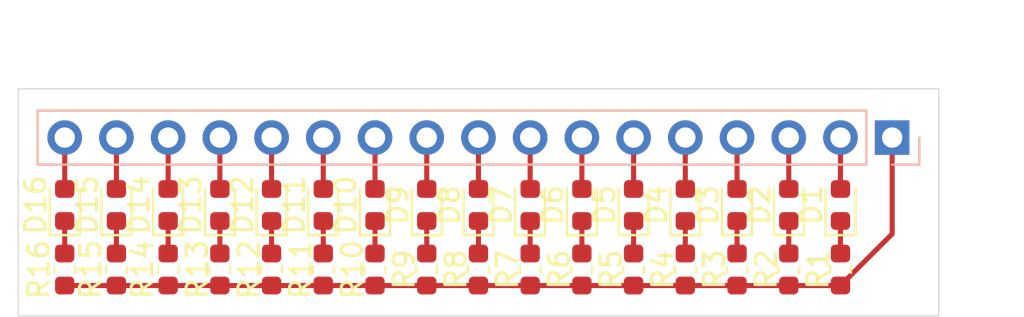
<source format=kicad_pcb>
(kicad_pcb (version 20171130) (host pcbnew "(5.1.0-0)")

  (general
    (thickness 1.6)
    (drawings 6)
    (tracks 36)
    (zones 0)
    (modules 33)
    (nets 34)
  )

  (page A4)
  (layers
    (0 F.Cu signal)
    (31 B.Cu signal)
    (32 B.Adhes user)
    (33 F.Adhes user)
    (34 B.Paste user)
    (35 F.Paste user)
    (36 B.SilkS user)
    (37 F.SilkS user hide)
    (38 B.Mask user)
    (39 F.Mask user)
    (40 Dwgs.User user)
    (41 Cmts.User user)
    (42 Eco1.User user)
    (43 Eco2.User user)
    (44 Edge.Cuts user)
    (45 Margin user)
    (46 B.CrtYd user)
    (47 F.CrtYd user)
    (48 B.Fab user)
    (49 F.Fab user hide)
  )

  (setup
    (last_trace_width 0.25)
    (trace_clearance 0.2)
    (zone_clearance 0.508)
    (zone_45_only no)
    (trace_min 0.2)
    (via_size 0.8)
    (via_drill 0.4)
    (via_min_size 0.4)
    (via_min_drill 0.3)
    (uvia_size 0.3)
    (uvia_drill 0.1)
    (uvias_allowed no)
    (uvia_min_size 0.2)
    (uvia_min_drill 0.1)
    (edge_width 0.05)
    (segment_width 0.2)
    (pcb_text_width 0.3)
    (pcb_text_size 1.5 1.5)
    (mod_edge_width 0.12)
    (mod_text_size 1 1)
    (mod_text_width 0.15)
    (pad_size 1.524 1.524)
    (pad_drill 0.762)
    (pad_to_mask_clearance 0.051)
    (solder_mask_min_width 0.25)
    (aux_axis_origin 0 0)
    (visible_elements FFFFFF7F)
    (pcbplotparams
      (layerselection 0x010fc_ffffffff)
      (usegerberextensions false)
      (usegerberattributes false)
      (usegerberadvancedattributes false)
      (creategerberjobfile false)
      (excludeedgelayer true)
      (linewidth 0.100000)
      (plotframeref false)
      (viasonmask false)
      (mode 1)
      (useauxorigin false)
      (hpglpennumber 1)
      (hpglpenspeed 20)
      (hpglpendiameter 15.000000)
      (psnegative false)
      (psa4output false)
      (plotreference true)
      (plotvalue true)
      (plotinvisibletext false)
      (padsonsilk false)
      (subtractmaskfromsilk false)
      (outputformat 1)
      (mirror false)
      (drillshape 1)
      (scaleselection 1)
      (outputdirectory ""))
  )

  (net 0 "")
  (net 1 "Net-(D1-Pad2)")
  (net 2 "Net-(D1-Pad1)")
  (net 3 "Net-(D2-Pad2)")
  (net 4 "Net-(D2-Pad1)")
  (net 5 "Net-(D3-Pad2)")
  (net 6 "Net-(D3-Pad1)")
  (net 7 "Net-(D4-Pad2)")
  (net 8 "Net-(D4-Pad1)")
  (net 9 "Net-(D5-Pad2)")
  (net 10 "Net-(D5-Pad1)")
  (net 11 "Net-(D6-Pad2)")
  (net 12 "Net-(D6-Pad1)")
  (net 13 "Net-(D7-Pad2)")
  (net 14 "Net-(D7-Pad1)")
  (net 15 "Net-(D8-Pad2)")
  (net 16 "Net-(D8-Pad1)")
  (net 17 "Net-(D9-Pad2)")
  (net 18 "Net-(D9-Pad1)")
  (net 19 "Net-(D10-Pad2)")
  (net 20 "Net-(D10-Pad1)")
  (net 21 "Net-(D11-Pad2)")
  (net 22 "Net-(D11-Pad1)")
  (net 23 "Net-(D12-Pad2)")
  (net 24 "Net-(D12-Pad1)")
  (net 25 "Net-(D13-Pad2)")
  (net 26 "Net-(D13-Pad1)")
  (net 27 "Net-(D14-Pad2)")
  (net 28 "Net-(D14-Pad1)")
  (net 29 "Net-(D15-Pad2)")
  (net 30 "Net-(D15-Pad1)")
  (net 31 "Net-(D16-Pad2)")
  (net 32 "Net-(D16-Pad1)")
  (net 33 GND)

  (net_class Default "This is the default net class."
    (clearance 0.2)
    (trace_width 0.25)
    (via_dia 0.8)
    (via_drill 0.4)
    (uvia_dia 0.3)
    (uvia_drill 0.1)
    (add_net GND)
    (add_net "Net-(D1-Pad1)")
    (add_net "Net-(D1-Pad2)")
    (add_net "Net-(D10-Pad1)")
    (add_net "Net-(D10-Pad2)")
    (add_net "Net-(D11-Pad1)")
    (add_net "Net-(D11-Pad2)")
    (add_net "Net-(D12-Pad1)")
    (add_net "Net-(D12-Pad2)")
    (add_net "Net-(D13-Pad1)")
    (add_net "Net-(D13-Pad2)")
    (add_net "Net-(D14-Pad1)")
    (add_net "Net-(D14-Pad2)")
    (add_net "Net-(D15-Pad1)")
    (add_net "Net-(D15-Pad2)")
    (add_net "Net-(D16-Pad1)")
    (add_net "Net-(D16-Pad2)")
    (add_net "Net-(D2-Pad1)")
    (add_net "Net-(D2-Pad2)")
    (add_net "Net-(D3-Pad1)")
    (add_net "Net-(D3-Pad2)")
    (add_net "Net-(D4-Pad1)")
    (add_net "Net-(D4-Pad2)")
    (add_net "Net-(D5-Pad1)")
    (add_net "Net-(D5-Pad2)")
    (add_net "Net-(D6-Pad1)")
    (add_net "Net-(D6-Pad2)")
    (add_net "Net-(D7-Pad1)")
    (add_net "Net-(D7-Pad2)")
    (add_net "Net-(D8-Pad1)")
    (add_net "Net-(D8-Pad2)")
    (add_net "Net-(D9-Pad1)")
    (add_net "Net-(D9-Pad2)")
  )

  (module Resistor_SMD:R_0603_1608Metric (layer F.Cu) (tedit 5B301BBD) (tstamp 5D835CED)
    (at 129.54 78.74 270)
    (descr "Resistor SMD 0603 (1608 Metric), square (rectangular) end terminal, IPC_7351 nominal, (Body size source: http://www.tortai-tech.com/upload/download/2011102023233369053.pdf), generated with kicad-footprint-generator")
    (tags resistor)
    (path /5D832A5E)
    (attr smd)
    (fp_text reference R1 (at 0 1.11 270) (layer F.SilkS)
      (effects (font (size 1 1) (thickness 0.15)))
    )
    (fp_text value 220Ω (at 0 1.43 270) (layer F.Fab)
      (effects (font (size 1 1) (thickness 0.15)))
    )
    (fp_text user %R (at 0 0 270) (layer F.Fab)
      (effects (font (size 0.4 0.4) (thickness 0.06)))
    )
    (fp_line (start 1.48 0.73) (end -1.48 0.73) (layer F.CrtYd) (width 0.05))
    (fp_line (start 1.48 -0.73) (end 1.48 0.73) (layer F.CrtYd) (width 0.05))
    (fp_line (start -1.48 -0.73) (end 1.48 -0.73) (layer F.CrtYd) (width 0.05))
    (fp_line (start -1.48 0.73) (end -1.48 -0.73) (layer F.CrtYd) (width 0.05))
    (fp_line (start -0.162779 0.51) (end 0.162779 0.51) (layer F.SilkS) (width 0.12))
    (fp_line (start -0.162779 -0.51) (end 0.162779 -0.51) (layer F.SilkS) (width 0.12))
    (fp_line (start 0.8 0.4) (end -0.8 0.4) (layer F.Fab) (width 0.1))
    (fp_line (start 0.8 -0.4) (end 0.8 0.4) (layer F.Fab) (width 0.1))
    (fp_line (start -0.8 -0.4) (end 0.8 -0.4) (layer F.Fab) (width 0.1))
    (fp_line (start -0.8 0.4) (end -0.8 -0.4) (layer F.Fab) (width 0.1))
    (pad 2 smd roundrect (at 0.7875 0 270) (size 0.875 0.95) (layers F.Cu F.Paste F.Mask) (roundrect_rratio 0.25)
      (net 33 GND))
    (pad 1 smd roundrect (at -0.7875 0 270) (size 0.875 0.95) (layers F.Cu F.Paste F.Mask) (roundrect_rratio 0.25)
      (net 2 "Net-(D1-Pad1)"))
    (model ${KISYS3DMOD}/Resistor_SMD.3dshapes/R_0603_1608Metric.wrl
      (at (xyz 0 0 0))
      (scale (xyz 1 1 1))
      (rotate (xyz 0 0 0))
    )
  )

  (module LED_SMD:LED_0603_1608Metric (layer F.Cu) (tedit 5B301BBE) (tstamp 5D835A78)
    (at 129.54 75.565 90)
    (descr "LED SMD 0603 (1608 Metric), square (rectangular) end terminal, IPC_7351 nominal, (Body size source: http://www.tortai-tech.com/upload/download/2011102023233369053.pdf), generated with kicad-footprint-generator")
    (tags diode)
    (path /5D832A2E)
    (attr smd)
    (fp_text reference D1 (at 0 -1.43 90) (layer F.SilkS)
      (effects (font (size 1 1) (thickness 0.15)))
    )
    (fp_text value LED (at 0 1.43 90) (layer F.Fab)
      (effects (font (size 1 1) (thickness 0.15)))
    )
    (fp_text user %R (at 0 0 90) (layer F.Fab)
      (effects (font (size 0.4 0.4) (thickness 0.06)))
    )
    (fp_line (start 1.48 0.73) (end -1.48 0.73) (layer F.CrtYd) (width 0.05))
    (fp_line (start 1.48 -0.73) (end 1.48 0.73) (layer F.CrtYd) (width 0.05))
    (fp_line (start -1.48 -0.73) (end 1.48 -0.73) (layer F.CrtYd) (width 0.05))
    (fp_line (start -1.48 0.73) (end -1.48 -0.73) (layer F.CrtYd) (width 0.05))
    (fp_line (start -1.485 0.735) (end 0.8 0.735) (layer F.SilkS) (width 0.12))
    (fp_line (start -1.485 -0.735) (end -1.485 0.735) (layer F.SilkS) (width 0.12))
    (fp_line (start 0.8 -0.735) (end -1.485 -0.735) (layer F.SilkS) (width 0.12))
    (fp_line (start 0.8 0.4) (end 0.8 -0.4) (layer F.Fab) (width 0.1))
    (fp_line (start -0.8 0.4) (end 0.8 0.4) (layer F.Fab) (width 0.1))
    (fp_line (start -0.8 -0.1) (end -0.8 0.4) (layer F.Fab) (width 0.1))
    (fp_line (start -0.5 -0.4) (end -0.8 -0.1) (layer F.Fab) (width 0.1))
    (fp_line (start 0.8 -0.4) (end -0.5 -0.4) (layer F.Fab) (width 0.1))
    (pad 2 smd roundrect (at 0.7875 0 90) (size 0.875 0.95) (layers F.Cu F.Paste F.Mask) (roundrect_rratio 0.25)
      (net 1 "Net-(D1-Pad2)"))
    (pad 1 smd roundrect (at -0.7875 0 90) (size 0.875 0.95) (layers F.Cu F.Paste F.Mask) (roundrect_rratio 0.25)
      (net 2 "Net-(D1-Pad1)"))
    (model ${KISYS3DMOD}/LED_SMD.3dshapes/LED_0603_1608Metric.wrl
      (at (xyz 0 0 0))
      (scale (xyz 1 1 1))
      (rotate (xyz 0 0 0))
    )
  )

  (module Resistor_SMD:R_0603_1608Metric (layer F.Cu) (tedit 5B301BBD) (tstamp 5D833227)
    (at 91.44 78.74 270)
    (descr "Resistor SMD 0603 (1608 Metric), square (rectangular) end terminal, IPC_7351 nominal, (Body size source: http://www.tortai-tech.com/upload/download/2011102023233369053.pdf), generated with kicad-footprint-generator")
    (tags resistor)
    (path /5D83240C)
    (attr smd)
    (fp_text reference R16 (at 0 1.27 270) (layer F.SilkS)
      (effects (font (size 1 1) (thickness 0.15)))
    )
    (fp_text value 220Ω (at 0 1.43 270) (layer F.Fab)
      (effects (font (size 1 1) (thickness 0.15)))
    )
    (fp_text user %R (at 0 0 270) (layer F.Fab)
      (effects (font (size 0.4 0.4) (thickness 0.06)))
    )
    (fp_line (start 1.48 0.73) (end -1.48 0.73) (layer F.CrtYd) (width 0.05))
    (fp_line (start 1.48 -0.73) (end 1.48 0.73) (layer F.CrtYd) (width 0.05))
    (fp_line (start -1.48 -0.73) (end 1.48 -0.73) (layer F.CrtYd) (width 0.05))
    (fp_line (start -1.48 0.73) (end -1.48 -0.73) (layer F.CrtYd) (width 0.05))
    (fp_line (start -0.162779 0.51) (end 0.162779 0.51) (layer F.SilkS) (width 0.12))
    (fp_line (start -0.162779 -0.51) (end 0.162779 -0.51) (layer F.SilkS) (width 0.12))
    (fp_line (start 0.8 0.4) (end -0.8 0.4) (layer F.Fab) (width 0.1))
    (fp_line (start 0.8 -0.4) (end 0.8 0.4) (layer F.Fab) (width 0.1))
    (fp_line (start -0.8 -0.4) (end 0.8 -0.4) (layer F.Fab) (width 0.1))
    (fp_line (start -0.8 0.4) (end -0.8 -0.4) (layer F.Fab) (width 0.1))
    (pad 2 smd roundrect (at 0.7875 0 270) (size 0.875 0.95) (layers F.Cu F.Paste F.Mask) (roundrect_rratio 0.25)
      (net 33 GND))
    (pad 1 smd roundrect (at -0.7875 0 270) (size 0.875 0.95) (layers F.Cu F.Paste F.Mask) (roundrect_rratio 0.25)
      (net 32 "Net-(D16-Pad1)"))
    (model ${KISYS3DMOD}/Resistor_SMD.3dshapes/R_0603_1608Metric.wrl
      (at (xyz 0 0 0))
      (scale (xyz 1 1 1))
      (rotate (xyz 0 0 0))
    )
  )

  (module Resistor_SMD:R_0603_1608Metric (layer F.Cu) (tedit 5B301BBD) (tstamp 5D833216)
    (at 93.98 78.74 270)
    (descr "Resistor SMD 0603 (1608 Metric), square (rectangular) end terminal, IPC_7351 nominal, (Body size source: http://www.tortai-tech.com/upload/download/2011102023233369053.pdf), generated with kicad-footprint-generator")
    (tags resistor)
    (path /5D8329A8)
    (attr smd)
    (fp_text reference R15 (at 0 1.27 270) (layer F.SilkS)
      (effects (font (size 1 1) (thickness 0.15)))
    )
    (fp_text value 220Ω (at 0 1.43 270) (layer F.Fab)
      (effects (font (size 1 1) (thickness 0.15)))
    )
    (fp_text user %R (at 0 0 270) (layer F.Fab)
      (effects (font (size 0.4 0.4) (thickness 0.06)))
    )
    (fp_line (start 1.48 0.73) (end -1.48 0.73) (layer F.CrtYd) (width 0.05))
    (fp_line (start 1.48 -0.73) (end 1.48 0.73) (layer F.CrtYd) (width 0.05))
    (fp_line (start -1.48 -0.73) (end 1.48 -0.73) (layer F.CrtYd) (width 0.05))
    (fp_line (start -1.48 0.73) (end -1.48 -0.73) (layer F.CrtYd) (width 0.05))
    (fp_line (start -0.162779 0.51) (end 0.162779 0.51) (layer F.SilkS) (width 0.12))
    (fp_line (start -0.162779 -0.51) (end 0.162779 -0.51) (layer F.SilkS) (width 0.12))
    (fp_line (start 0.8 0.4) (end -0.8 0.4) (layer F.Fab) (width 0.1))
    (fp_line (start 0.8 -0.4) (end 0.8 0.4) (layer F.Fab) (width 0.1))
    (fp_line (start -0.8 -0.4) (end 0.8 -0.4) (layer F.Fab) (width 0.1))
    (fp_line (start -0.8 0.4) (end -0.8 -0.4) (layer F.Fab) (width 0.1))
    (pad 2 smd roundrect (at 0.7875 0 270) (size 0.875 0.95) (layers F.Cu F.Paste F.Mask) (roundrect_rratio 0.25)
      (net 33 GND))
    (pad 1 smd roundrect (at -0.7875 0 270) (size 0.875 0.95) (layers F.Cu F.Paste F.Mask) (roundrect_rratio 0.25)
      (net 30 "Net-(D15-Pad1)"))
    (model ${KISYS3DMOD}/Resistor_SMD.3dshapes/R_0603_1608Metric.wrl
      (at (xyz 0 0 0))
      (scale (xyz 1 1 1))
      (rotate (xyz 0 0 0))
    )
  )

  (module Resistor_SMD:R_0603_1608Metric (layer F.Cu) (tedit 5B301BBD) (tstamp 5D833205)
    (at 96.52 78.74 270)
    (descr "Resistor SMD 0603 (1608 Metric), square (rectangular) end terminal, IPC_7351 nominal, (Body size source: http://www.tortai-tech.com/upload/download/2011102023233369053.pdf), generated with kicad-footprint-generator")
    (tags resistor)
    (path /5D832D0B)
    (attr smd)
    (fp_text reference R14 (at 0 1.27 270) (layer F.SilkS)
      (effects (font (size 1 1) (thickness 0.15)))
    )
    (fp_text value 220Ω (at 0 1.43 270) (layer F.Fab)
      (effects (font (size 1 1) (thickness 0.15)))
    )
    (fp_text user %R (at 0 0 270) (layer F.Fab)
      (effects (font (size 0.4 0.4) (thickness 0.06)))
    )
    (fp_line (start 1.48 0.73) (end -1.48 0.73) (layer F.CrtYd) (width 0.05))
    (fp_line (start 1.48 -0.73) (end 1.48 0.73) (layer F.CrtYd) (width 0.05))
    (fp_line (start -1.48 -0.73) (end 1.48 -0.73) (layer F.CrtYd) (width 0.05))
    (fp_line (start -1.48 0.73) (end -1.48 -0.73) (layer F.CrtYd) (width 0.05))
    (fp_line (start -0.162779 0.51) (end 0.162779 0.51) (layer F.SilkS) (width 0.12))
    (fp_line (start -0.162779 -0.51) (end 0.162779 -0.51) (layer F.SilkS) (width 0.12))
    (fp_line (start 0.8 0.4) (end -0.8 0.4) (layer F.Fab) (width 0.1))
    (fp_line (start 0.8 -0.4) (end 0.8 0.4) (layer F.Fab) (width 0.1))
    (fp_line (start -0.8 -0.4) (end 0.8 -0.4) (layer F.Fab) (width 0.1))
    (fp_line (start -0.8 0.4) (end -0.8 -0.4) (layer F.Fab) (width 0.1))
    (pad 2 smd roundrect (at 0.7875 0 270) (size 0.875 0.95) (layers F.Cu F.Paste F.Mask) (roundrect_rratio 0.25)
      (net 33 GND))
    (pad 1 smd roundrect (at -0.7875 0 270) (size 0.875 0.95) (layers F.Cu F.Paste F.Mask) (roundrect_rratio 0.25)
      (net 28 "Net-(D14-Pad1)"))
    (model ${KISYS3DMOD}/Resistor_SMD.3dshapes/R_0603_1608Metric.wrl
      (at (xyz 0 0 0))
      (scale (xyz 1 1 1))
      (rotate (xyz 0 0 0))
    )
  )

  (module Resistor_SMD:R_0603_1608Metric (layer F.Cu) (tedit 5B301BBD) (tstamp 5D8331F4)
    (at 99.06 78.74 270)
    (descr "Resistor SMD 0603 (1608 Metric), square (rectangular) end terminal, IPC_7351 nominal, (Body size source: http://www.tortai-tech.com/upload/download/2011102023233369053.pdf), generated with kicad-footprint-generator")
    (tags resistor)
    (path /5D83302F)
    (attr smd)
    (fp_text reference R13 (at 0 1.11 270) (layer F.SilkS)
      (effects (font (size 1 1) (thickness 0.15)))
    )
    (fp_text value 220Ω (at 0 1.43 270) (layer F.Fab)
      (effects (font (size 1 1) (thickness 0.15)))
    )
    (fp_text user %R (at 0 0 270) (layer F.Fab)
      (effects (font (size 0.4 0.4) (thickness 0.06)))
    )
    (fp_line (start 1.48 0.73) (end -1.48 0.73) (layer F.CrtYd) (width 0.05))
    (fp_line (start 1.48 -0.73) (end 1.48 0.73) (layer F.CrtYd) (width 0.05))
    (fp_line (start -1.48 -0.73) (end 1.48 -0.73) (layer F.CrtYd) (width 0.05))
    (fp_line (start -1.48 0.73) (end -1.48 -0.73) (layer F.CrtYd) (width 0.05))
    (fp_line (start -0.162779 0.51) (end 0.162779 0.51) (layer F.SilkS) (width 0.12))
    (fp_line (start -0.162779 -0.51) (end 0.162779 -0.51) (layer F.SilkS) (width 0.12))
    (fp_line (start 0.8 0.4) (end -0.8 0.4) (layer F.Fab) (width 0.1))
    (fp_line (start 0.8 -0.4) (end 0.8 0.4) (layer F.Fab) (width 0.1))
    (fp_line (start -0.8 -0.4) (end 0.8 -0.4) (layer F.Fab) (width 0.1))
    (fp_line (start -0.8 0.4) (end -0.8 -0.4) (layer F.Fab) (width 0.1))
    (pad 2 smd roundrect (at 0.7875 0 270) (size 0.875 0.95) (layers F.Cu F.Paste F.Mask) (roundrect_rratio 0.25)
      (net 33 GND))
    (pad 1 smd roundrect (at -0.7875 0 270) (size 0.875 0.95) (layers F.Cu F.Paste F.Mask) (roundrect_rratio 0.25)
      (net 26 "Net-(D13-Pad1)"))
    (model ${KISYS3DMOD}/Resistor_SMD.3dshapes/R_0603_1608Metric.wrl
      (at (xyz 0 0 0))
      (scale (xyz 1 1 1))
      (rotate (xyz 0 0 0))
    )
  )

  (module Resistor_SMD:R_0603_1608Metric (layer F.Cu) (tedit 5B301BBD) (tstamp 5D8331E3)
    (at 101.6 78.74 270)
    (descr "Resistor SMD 0603 (1608 Metric), square (rectangular) end terminal, IPC_7351 nominal, (Body size source: http://www.tortai-tech.com/upload/download/2011102023233369053.pdf), generated with kicad-footprint-generator")
    (tags resistor)
    (path /5D83348E)
    (attr smd)
    (fp_text reference R12 (at 0 1.11 270) (layer F.SilkS)
      (effects (font (size 1 1) (thickness 0.15)))
    )
    (fp_text value 220Ω (at 0 1.43 270) (layer F.Fab)
      (effects (font (size 1 1) (thickness 0.15)))
    )
    (fp_text user %R (at 0 0 270) (layer F.Fab)
      (effects (font (size 0.4 0.4) (thickness 0.06)))
    )
    (fp_line (start 1.48 0.73) (end -1.48 0.73) (layer F.CrtYd) (width 0.05))
    (fp_line (start 1.48 -0.73) (end 1.48 0.73) (layer F.CrtYd) (width 0.05))
    (fp_line (start -1.48 -0.73) (end 1.48 -0.73) (layer F.CrtYd) (width 0.05))
    (fp_line (start -1.48 0.73) (end -1.48 -0.73) (layer F.CrtYd) (width 0.05))
    (fp_line (start -0.162779 0.51) (end 0.162779 0.51) (layer F.SilkS) (width 0.12))
    (fp_line (start -0.162779 -0.51) (end 0.162779 -0.51) (layer F.SilkS) (width 0.12))
    (fp_line (start 0.8 0.4) (end -0.8 0.4) (layer F.Fab) (width 0.1))
    (fp_line (start 0.8 -0.4) (end 0.8 0.4) (layer F.Fab) (width 0.1))
    (fp_line (start -0.8 -0.4) (end 0.8 -0.4) (layer F.Fab) (width 0.1))
    (fp_line (start -0.8 0.4) (end -0.8 -0.4) (layer F.Fab) (width 0.1))
    (pad 2 smd roundrect (at 0.7875 0 270) (size 0.875 0.95) (layers F.Cu F.Paste F.Mask) (roundrect_rratio 0.25)
      (net 33 GND))
    (pad 1 smd roundrect (at -0.7875 0 270) (size 0.875 0.95) (layers F.Cu F.Paste F.Mask) (roundrect_rratio 0.25)
      (net 24 "Net-(D12-Pad1)"))
    (model ${KISYS3DMOD}/Resistor_SMD.3dshapes/R_0603_1608Metric.wrl
      (at (xyz 0 0 0))
      (scale (xyz 1 1 1))
      (rotate (xyz 0 0 0))
    )
  )

  (module Resistor_SMD:R_0603_1608Metric (layer F.Cu) (tedit 5B301BBD) (tstamp 5D8331D2)
    (at 104.14 78.74 270)
    (descr "Resistor SMD 0603 (1608 Metric), square (rectangular) end terminal, IPC_7351 nominal, (Body size source: http://www.tortai-tech.com/upload/download/2011102023233369053.pdf), generated with kicad-footprint-generator")
    (tags resistor)
    (path /5D83368C)
    (attr smd)
    (fp_text reference R11 (at 0 1.11 270) (layer F.SilkS)
      (effects (font (size 1 1) (thickness 0.15)))
    )
    (fp_text value 220Ω (at 0 1.43 270) (layer F.Fab)
      (effects (font (size 1 1) (thickness 0.15)))
    )
    (fp_text user %R (at 0 0 270) (layer F.Fab)
      (effects (font (size 0.4 0.4) (thickness 0.06)))
    )
    (fp_line (start 1.48 0.73) (end -1.48 0.73) (layer F.CrtYd) (width 0.05))
    (fp_line (start 1.48 -0.73) (end 1.48 0.73) (layer F.CrtYd) (width 0.05))
    (fp_line (start -1.48 -0.73) (end 1.48 -0.73) (layer F.CrtYd) (width 0.05))
    (fp_line (start -1.48 0.73) (end -1.48 -0.73) (layer F.CrtYd) (width 0.05))
    (fp_line (start -0.162779 0.51) (end 0.162779 0.51) (layer F.SilkS) (width 0.12))
    (fp_line (start -0.162779 -0.51) (end 0.162779 -0.51) (layer F.SilkS) (width 0.12))
    (fp_line (start 0.8 0.4) (end -0.8 0.4) (layer F.Fab) (width 0.1))
    (fp_line (start 0.8 -0.4) (end 0.8 0.4) (layer F.Fab) (width 0.1))
    (fp_line (start -0.8 -0.4) (end 0.8 -0.4) (layer F.Fab) (width 0.1))
    (fp_line (start -0.8 0.4) (end -0.8 -0.4) (layer F.Fab) (width 0.1))
    (pad 2 smd roundrect (at 0.7875 0 270) (size 0.875 0.95) (layers F.Cu F.Paste F.Mask) (roundrect_rratio 0.25)
      (net 33 GND))
    (pad 1 smd roundrect (at -0.7875 0 270) (size 0.875 0.95) (layers F.Cu F.Paste F.Mask) (roundrect_rratio 0.25)
      (net 22 "Net-(D11-Pad1)"))
    (model ${KISYS3DMOD}/Resistor_SMD.3dshapes/R_0603_1608Metric.wrl
      (at (xyz 0 0 0))
      (scale (xyz 1 1 1))
      (rotate (xyz 0 0 0))
    )
  )

  (module Resistor_SMD:R_0603_1608Metric (layer F.Cu) (tedit 5B301BBD) (tstamp 5D8331C1)
    (at 106.68 78.74 270)
    (descr "Resistor SMD 0603 (1608 Metric), square (rectangular) end terminal, IPC_7351 nominal, (Body size source: http://www.tortai-tech.com/upload/download/2011102023233369053.pdf), generated with kicad-footprint-generator")
    (tags resistor)
    (path /5D83395C)
    (attr smd)
    (fp_text reference R10 (at 0 1.11 270) (layer F.SilkS)
      (effects (font (size 1 1) (thickness 0.15)))
    )
    (fp_text value 220Ω (at 0 1.43 270) (layer F.Fab)
      (effects (font (size 1 1) (thickness 0.15)))
    )
    (fp_text user %R (at 0 0 270) (layer F.Fab)
      (effects (font (size 0.4 0.4) (thickness 0.06)))
    )
    (fp_line (start 1.48 0.73) (end -1.48 0.73) (layer F.CrtYd) (width 0.05))
    (fp_line (start 1.48 -0.73) (end 1.48 0.73) (layer F.CrtYd) (width 0.05))
    (fp_line (start -1.48 -0.73) (end 1.48 -0.73) (layer F.CrtYd) (width 0.05))
    (fp_line (start -1.48 0.73) (end -1.48 -0.73) (layer F.CrtYd) (width 0.05))
    (fp_line (start -0.162779 0.51) (end 0.162779 0.51) (layer F.SilkS) (width 0.12))
    (fp_line (start -0.162779 -0.51) (end 0.162779 -0.51) (layer F.SilkS) (width 0.12))
    (fp_line (start 0.8 0.4) (end -0.8 0.4) (layer F.Fab) (width 0.1))
    (fp_line (start 0.8 -0.4) (end 0.8 0.4) (layer F.Fab) (width 0.1))
    (fp_line (start -0.8 -0.4) (end 0.8 -0.4) (layer F.Fab) (width 0.1))
    (fp_line (start -0.8 0.4) (end -0.8 -0.4) (layer F.Fab) (width 0.1))
    (pad 2 smd roundrect (at 0.7875 0 270) (size 0.875 0.95) (layers F.Cu F.Paste F.Mask) (roundrect_rratio 0.25)
      (net 33 GND))
    (pad 1 smd roundrect (at -0.7875 0 270) (size 0.875 0.95) (layers F.Cu F.Paste F.Mask) (roundrect_rratio 0.25)
      (net 20 "Net-(D10-Pad1)"))
    (model ${KISYS3DMOD}/Resistor_SMD.3dshapes/R_0603_1608Metric.wrl
      (at (xyz 0 0 0))
      (scale (xyz 1 1 1))
      (rotate (xyz 0 0 0))
    )
  )

  (module Resistor_SMD:R_0603_1608Metric (layer F.Cu) (tedit 5B301BBD) (tstamp 5D8331B0)
    (at 109.22 78.74 270)
    (descr "Resistor SMD 0603 (1608 Metric), square (rectangular) end terminal, IPC_7351 nominal, (Body size source: http://www.tortai-tech.com/upload/download/2011102023233369053.pdf), generated with kicad-footprint-generator")
    (tags resistor)
    (path /5D833B06)
    (attr smd)
    (fp_text reference R9 (at 0 1.11 270) (layer F.SilkS)
      (effects (font (size 1 1) (thickness 0.15)))
    )
    (fp_text value 220Ω (at 0 1.43 270) (layer F.Fab)
      (effects (font (size 1 1) (thickness 0.15)))
    )
    (fp_text user %R (at 0 0 270) (layer F.Fab)
      (effects (font (size 0.4 0.4) (thickness 0.06)))
    )
    (fp_line (start 1.48 0.73) (end -1.48 0.73) (layer F.CrtYd) (width 0.05))
    (fp_line (start 1.48 -0.73) (end 1.48 0.73) (layer F.CrtYd) (width 0.05))
    (fp_line (start -1.48 -0.73) (end 1.48 -0.73) (layer F.CrtYd) (width 0.05))
    (fp_line (start -1.48 0.73) (end -1.48 -0.73) (layer F.CrtYd) (width 0.05))
    (fp_line (start -0.162779 0.51) (end 0.162779 0.51) (layer F.SilkS) (width 0.12))
    (fp_line (start -0.162779 -0.51) (end 0.162779 -0.51) (layer F.SilkS) (width 0.12))
    (fp_line (start 0.8 0.4) (end -0.8 0.4) (layer F.Fab) (width 0.1))
    (fp_line (start 0.8 -0.4) (end 0.8 0.4) (layer F.Fab) (width 0.1))
    (fp_line (start -0.8 -0.4) (end 0.8 -0.4) (layer F.Fab) (width 0.1))
    (fp_line (start -0.8 0.4) (end -0.8 -0.4) (layer F.Fab) (width 0.1))
    (pad 2 smd roundrect (at 0.7875 0 270) (size 0.875 0.95) (layers F.Cu F.Paste F.Mask) (roundrect_rratio 0.25)
      (net 33 GND))
    (pad 1 smd roundrect (at -0.7875 0 270) (size 0.875 0.95) (layers F.Cu F.Paste F.Mask) (roundrect_rratio 0.25)
      (net 18 "Net-(D9-Pad1)"))
    (model ${KISYS3DMOD}/Resistor_SMD.3dshapes/R_0603_1608Metric.wrl
      (at (xyz 0 0 0))
      (scale (xyz 1 1 1))
      (rotate (xyz 0 0 0))
    )
  )

  (module Resistor_SMD:R_0603_1608Metric (layer F.Cu) (tedit 5B301BBD) (tstamp 5D83319F)
    (at 111.76 78.74 270)
    (descr "Resistor SMD 0603 (1608 Metric), square (rectangular) end terminal, IPC_7351 nominal, (Body size source: http://www.tortai-tech.com/upload/download/2011102023233369053.pdf), generated with kicad-footprint-generator")
    (tags resistor)
    (path /5D832A34)
    (attr smd)
    (fp_text reference R8 (at 0 1.11 270) (layer F.SilkS)
      (effects (font (size 1 1) (thickness 0.15)))
    )
    (fp_text value 220Ω (at 0 1.43 270) (layer F.Fab)
      (effects (font (size 1 1) (thickness 0.15)))
    )
    (fp_text user %R (at 0 0 270) (layer F.Fab)
      (effects (font (size 0.4 0.4) (thickness 0.06)))
    )
    (fp_line (start 1.48 0.73) (end -1.48 0.73) (layer F.CrtYd) (width 0.05))
    (fp_line (start 1.48 -0.73) (end 1.48 0.73) (layer F.CrtYd) (width 0.05))
    (fp_line (start -1.48 -0.73) (end 1.48 -0.73) (layer F.CrtYd) (width 0.05))
    (fp_line (start -1.48 0.73) (end -1.48 -0.73) (layer F.CrtYd) (width 0.05))
    (fp_line (start -0.162779 0.51) (end 0.162779 0.51) (layer F.SilkS) (width 0.12))
    (fp_line (start -0.162779 -0.51) (end 0.162779 -0.51) (layer F.SilkS) (width 0.12))
    (fp_line (start 0.8 0.4) (end -0.8 0.4) (layer F.Fab) (width 0.1))
    (fp_line (start 0.8 -0.4) (end 0.8 0.4) (layer F.Fab) (width 0.1))
    (fp_line (start -0.8 -0.4) (end 0.8 -0.4) (layer F.Fab) (width 0.1))
    (fp_line (start -0.8 0.4) (end -0.8 -0.4) (layer F.Fab) (width 0.1))
    (pad 2 smd roundrect (at 0.7875 0 270) (size 0.875 0.95) (layers F.Cu F.Paste F.Mask) (roundrect_rratio 0.25)
      (net 33 GND))
    (pad 1 smd roundrect (at -0.7875 0 270) (size 0.875 0.95) (layers F.Cu F.Paste F.Mask) (roundrect_rratio 0.25)
      (net 16 "Net-(D8-Pad1)"))
    (model ${KISYS3DMOD}/Resistor_SMD.3dshapes/R_0603_1608Metric.wrl
      (at (xyz 0 0 0))
      (scale (xyz 1 1 1))
      (rotate (xyz 0 0 0))
    )
  )

  (module Resistor_SMD:R_0603_1608Metric (layer F.Cu) (tedit 5B301BBD) (tstamp 5D83318E)
    (at 114.3 78.74 270)
    (descr "Resistor SMD 0603 (1608 Metric), square (rectangular) end terminal, IPC_7351 nominal, (Body size source: http://www.tortai-tech.com/upload/download/2011102023233369053.pdf), generated with kicad-footprint-generator")
    (tags resistor)
    (path /5D832A3A)
    (attr smd)
    (fp_text reference R7 (at 0 1.11 270) (layer F.SilkS)
      (effects (font (size 1 1) (thickness 0.15)))
    )
    (fp_text value 220Ω (at 0 1.43 270) (layer F.Fab)
      (effects (font (size 1 1) (thickness 0.15)))
    )
    (fp_text user %R (at 0 0 270) (layer F.Fab)
      (effects (font (size 0.4 0.4) (thickness 0.06)))
    )
    (fp_line (start 1.48 0.73) (end -1.48 0.73) (layer F.CrtYd) (width 0.05))
    (fp_line (start 1.48 -0.73) (end 1.48 0.73) (layer F.CrtYd) (width 0.05))
    (fp_line (start -1.48 -0.73) (end 1.48 -0.73) (layer F.CrtYd) (width 0.05))
    (fp_line (start -1.48 0.73) (end -1.48 -0.73) (layer F.CrtYd) (width 0.05))
    (fp_line (start -0.162779 0.51) (end 0.162779 0.51) (layer F.SilkS) (width 0.12))
    (fp_line (start -0.162779 -0.51) (end 0.162779 -0.51) (layer F.SilkS) (width 0.12))
    (fp_line (start 0.8 0.4) (end -0.8 0.4) (layer F.Fab) (width 0.1))
    (fp_line (start 0.8 -0.4) (end 0.8 0.4) (layer F.Fab) (width 0.1))
    (fp_line (start -0.8 -0.4) (end 0.8 -0.4) (layer F.Fab) (width 0.1))
    (fp_line (start -0.8 0.4) (end -0.8 -0.4) (layer F.Fab) (width 0.1))
    (pad 2 smd roundrect (at 0.7875 0 270) (size 0.875 0.95) (layers F.Cu F.Paste F.Mask) (roundrect_rratio 0.25)
      (net 33 GND))
    (pad 1 smd roundrect (at -0.7875 0 270) (size 0.875 0.95) (layers F.Cu F.Paste F.Mask) (roundrect_rratio 0.25)
      (net 14 "Net-(D7-Pad1)"))
    (model ${KISYS3DMOD}/Resistor_SMD.3dshapes/R_0603_1608Metric.wrl
      (at (xyz 0 0 0))
      (scale (xyz 1 1 1))
      (rotate (xyz 0 0 0))
    )
  )

  (module Resistor_SMD:R_0603_1608Metric (layer F.Cu) (tedit 5B301BBD) (tstamp 5D83317D)
    (at 116.84 78.74 270)
    (descr "Resistor SMD 0603 (1608 Metric), square (rectangular) end terminal, IPC_7351 nominal, (Body size source: http://www.tortai-tech.com/upload/download/2011102023233369053.pdf), generated with kicad-footprint-generator")
    (tags resistor)
    (path /5D832A40)
    (attr smd)
    (fp_text reference R6 (at 0 1.11 270) (layer F.SilkS)
      (effects (font (size 1 1) (thickness 0.15)))
    )
    (fp_text value 220Ω (at 0 1.43 270) (layer F.Fab)
      (effects (font (size 1 1) (thickness 0.15)))
    )
    (fp_text user %R (at 0 0 270) (layer F.Fab)
      (effects (font (size 0.4 0.4) (thickness 0.06)))
    )
    (fp_line (start 1.48 0.73) (end -1.48 0.73) (layer F.CrtYd) (width 0.05))
    (fp_line (start 1.48 -0.73) (end 1.48 0.73) (layer F.CrtYd) (width 0.05))
    (fp_line (start -1.48 -0.73) (end 1.48 -0.73) (layer F.CrtYd) (width 0.05))
    (fp_line (start -1.48 0.73) (end -1.48 -0.73) (layer F.CrtYd) (width 0.05))
    (fp_line (start -0.162779 0.51) (end 0.162779 0.51) (layer F.SilkS) (width 0.12))
    (fp_line (start -0.162779 -0.51) (end 0.162779 -0.51) (layer F.SilkS) (width 0.12))
    (fp_line (start 0.8 0.4) (end -0.8 0.4) (layer F.Fab) (width 0.1))
    (fp_line (start 0.8 -0.4) (end 0.8 0.4) (layer F.Fab) (width 0.1))
    (fp_line (start -0.8 -0.4) (end 0.8 -0.4) (layer F.Fab) (width 0.1))
    (fp_line (start -0.8 0.4) (end -0.8 -0.4) (layer F.Fab) (width 0.1))
    (pad 2 smd roundrect (at 0.7875 0 270) (size 0.875 0.95) (layers F.Cu F.Paste F.Mask) (roundrect_rratio 0.25)
      (net 33 GND))
    (pad 1 smd roundrect (at -0.7875 0 270) (size 0.875 0.95) (layers F.Cu F.Paste F.Mask) (roundrect_rratio 0.25)
      (net 12 "Net-(D6-Pad1)"))
    (model ${KISYS3DMOD}/Resistor_SMD.3dshapes/R_0603_1608Metric.wrl
      (at (xyz 0 0 0))
      (scale (xyz 1 1 1))
      (rotate (xyz 0 0 0))
    )
  )

  (module Resistor_SMD:R_0603_1608Metric (layer F.Cu) (tedit 5B301BBD) (tstamp 5D83316C)
    (at 119.38 78.74 270)
    (descr "Resistor SMD 0603 (1608 Metric), square (rectangular) end terminal, IPC_7351 nominal, (Body size source: http://www.tortai-tech.com/upload/download/2011102023233369053.pdf), generated with kicad-footprint-generator")
    (tags resistor)
    (path /5D832A46)
    (attr smd)
    (fp_text reference R5 (at 0 1.11 270) (layer F.SilkS)
      (effects (font (size 1 1) (thickness 0.15)))
    )
    (fp_text value 220Ω (at 0 1.43 270) (layer F.Fab)
      (effects (font (size 1 1) (thickness 0.15)))
    )
    (fp_text user %R (at 0 0 270) (layer F.Fab)
      (effects (font (size 0.4 0.4) (thickness 0.06)))
    )
    (fp_line (start 1.48 0.73) (end -1.48 0.73) (layer F.CrtYd) (width 0.05))
    (fp_line (start 1.48 -0.73) (end 1.48 0.73) (layer F.CrtYd) (width 0.05))
    (fp_line (start -1.48 -0.73) (end 1.48 -0.73) (layer F.CrtYd) (width 0.05))
    (fp_line (start -1.48 0.73) (end -1.48 -0.73) (layer F.CrtYd) (width 0.05))
    (fp_line (start -0.162779 0.51) (end 0.162779 0.51) (layer F.SilkS) (width 0.12))
    (fp_line (start -0.162779 -0.51) (end 0.162779 -0.51) (layer F.SilkS) (width 0.12))
    (fp_line (start 0.8 0.4) (end -0.8 0.4) (layer F.Fab) (width 0.1))
    (fp_line (start 0.8 -0.4) (end 0.8 0.4) (layer F.Fab) (width 0.1))
    (fp_line (start -0.8 -0.4) (end 0.8 -0.4) (layer F.Fab) (width 0.1))
    (fp_line (start -0.8 0.4) (end -0.8 -0.4) (layer F.Fab) (width 0.1))
    (pad 2 smd roundrect (at 0.7875 0 270) (size 0.875 0.95) (layers F.Cu F.Paste F.Mask) (roundrect_rratio 0.25)
      (net 33 GND))
    (pad 1 smd roundrect (at -0.7875 0 270) (size 0.875 0.95) (layers F.Cu F.Paste F.Mask) (roundrect_rratio 0.25)
      (net 10 "Net-(D5-Pad1)"))
    (model ${KISYS3DMOD}/Resistor_SMD.3dshapes/R_0603_1608Metric.wrl
      (at (xyz 0 0 0))
      (scale (xyz 1 1 1))
      (rotate (xyz 0 0 0))
    )
  )

  (module Resistor_SMD:R_0603_1608Metric (layer F.Cu) (tedit 5B301BBD) (tstamp 5D836501)
    (at 121.92 78.74 270)
    (descr "Resistor SMD 0603 (1608 Metric), square (rectangular) end terminal, IPC_7351 nominal, (Body size source: http://www.tortai-tech.com/upload/download/2011102023233369053.pdf), generated with kicad-footprint-generator")
    (tags resistor)
    (path /5D832A4C)
    (attr smd)
    (fp_text reference R4 (at 0 1.11 270) (layer F.SilkS)
      (effects (font (size 1 1) (thickness 0.15)))
    )
    (fp_text value 220Ω (at 0 1.43 270) (layer F.Fab)
      (effects (font (size 1 1) (thickness 0.15)))
    )
    (fp_text user %R (at 0 0 270) (layer F.Fab)
      (effects (font (size 0.4 0.4) (thickness 0.06)))
    )
    (fp_line (start 1.48 0.73) (end -1.48 0.73) (layer F.CrtYd) (width 0.05))
    (fp_line (start 1.48 -0.73) (end 1.48 0.73) (layer F.CrtYd) (width 0.05))
    (fp_line (start -1.48 -0.73) (end 1.48 -0.73) (layer F.CrtYd) (width 0.05))
    (fp_line (start -1.48 0.73) (end -1.48 -0.73) (layer F.CrtYd) (width 0.05))
    (fp_line (start -0.162779 0.51) (end 0.162779 0.51) (layer F.SilkS) (width 0.12))
    (fp_line (start -0.162779 -0.51) (end 0.162779 -0.51) (layer F.SilkS) (width 0.12))
    (fp_line (start 0.8 0.4) (end -0.8 0.4) (layer F.Fab) (width 0.1))
    (fp_line (start 0.8 -0.4) (end 0.8 0.4) (layer F.Fab) (width 0.1))
    (fp_line (start -0.8 -0.4) (end 0.8 -0.4) (layer F.Fab) (width 0.1))
    (fp_line (start -0.8 0.4) (end -0.8 -0.4) (layer F.Fab) (width 0.1))
    (pad 2 smd roundrect (at 0.7875 0 270) (size 0.875 0.95) (layers F.Cu F.Paste F.Mask) (roundrect_rratio 0.25)
      (net 33 GND))
    (pad 1 smd roundrect (at -0.7875 0 270) (size 0.875 0.95) (layers F.Cu F.Paste F.Mask) (roundrect_rratio 0.25)
      (net 8 "Net-(D4-Pad1)"))
    (model ${KISYS3DMOD}/Resistor_SMD.3dshapes/R_0603_1608Metric.wrl
      (at (xyz 0 0 0))
      (scale (xyz 1 1 1))
      (rotate (xyz 0 0 0))
    )
  )

  (module Resistor_SMD:R_0603_1608Metric (layer F.Cu) (tedit 5B301BBD) (tstamp 5D83314A)
    (at 124.46 78.74 270)
    (descr "Resistor SMD 0603 (1608 Metric), square (rectangular) end terminal, IPC_7351 nominal, (Body size source: http://www.tortai-tech.com/upload/download/2011102023233369053.pdf), generated with kicad-footprint-generator")
    (tags resistor)
    (path /5D832A52)
    (attr smd)
    (fp_text reference R3 (at 0 1.11 270) (layer F.SilkS)
      (effects (font (size 1 1) (thickness 0.15)))
    )
    (fp_text value 220Ω (at 0 1.43 270) (layer F.Fab)
      (effects (font (size 1 1) (thickness 0.15)))
    )
    (fp_text user %R (at 0 0 270) (layer F.Fab)
      (effects (font (size 0.4 0.4) (thickness 0.06)))
    )
    (fp_line (start 1.48 0.73) (end -1.48 0.73) (layer F.CrtYd) (width 0.05))
    (fp_line (start 1.48 -0.73) (end 1.48 0.73) (layer F.CrtYd) (width 0.05))
    (fp_line (start -1.48 -0.73) (end 1.48 -0.73) (layer F.CrtYd) (width 0.05))
    (fp_line (start -1.48 0.73) (end -1.48 -0.73) (layer F.CrtYd) (width 0.05))
    (fp_line (start -0.162779 0.51) (end 0.162779 0.51) (layer F.SilkS) (width 0.12))
    (fp_line (start -0.162779 -0.51) (end 0.162779 -0.51) (layer F.SilkS) (width 0.12))
    (fp_line (start 0.8 0.4) (end -0.8 0.4) (layer F.Fab) (width 0.1))
    (fp_line (start 0.8 -0.4) (end 0.8 0.4) (layer F.Fab) (width 0.1))
    (fp_line (start -0.8 -0.4) (end 0.8 -0.4) (layer F.Fab) (width 0.1))
    (fp_line (start -0.8 0.4) (end -0.8 -0.4) (layer F.Fab) (width 0.1))
    (pad 2 smd roundrect (at 0.7875 0 270) (size 0.875 0.95) (layers F.Cu F.Paste F.Mask) (roundrect_rratio 0.25)
      (net 33 GND))
    (pad 1 smd roundrect (at -0.7875 0 270) (size 0.875 0.95) (layers F.Cu F.Paste F.Mask) (roundrect_rratio 0.25)
      (net 6 "Net-(D3-Pad1)"))
    (model ${KISYS3DMOD}/Resistor_SMD.3dshapes/R_0603_1608Metric.wrl
      (at (xyz 0 0 0))
      (scale (xyz 1 1 1))
      (rotate (xyz 0 0 0))
    )
  )

  (module Resistor_SMD:R_0603_1608Metric (layer F.Cu) (tedit 5B301BBD) (tstamp 5D833139)
    (at 127 78.74 270)
    (descr "Resistor SMD 0603 (1608 Metric), square (rectangular) end terminal, IPC_7351 nominal, (Body size source: http://www.tortai-tech.com/upload/download/2011102023233369053.pdf), generated with kicad-footprint-generator")
    (tags resistor)
    (path /5D832A58)
    (attr smd)
    (fp_text reference R2 (at 0 1.11 270) (layer F.SilkS)
      (effects (font (size 1 1) (thickness 0.15)))
    )
    (fp_text value 220Ω (at 0 1.43 270) (layer F.Fab)
      (effects (font (size 1 1) (thickness 0.15)))
    )
    (fp_text user %R (at 0 0 270) (layer F.Fab)
      (effects (font (size 0.4 0.4) (thickness 0.06)))
    )
    (fp_line (start 1.48 0.73) (end -1.48 0.73) (layer F.CrtYd) (width 0.05))
    (fp_line (start 1.48 -0.73) (end 1.48 0.73) (layer F.CrtYd) (width 0.05))
    (fp_line (start -1.48 -0.73) (end 1.48 -0.73) (layer F.CrtYd) (width 0.05))
    (fp_line (start -1.48 0.73) (end -1.48 -0.73) (layer F.CrtYd) (width 0.05))
    (fp_line (start -0.162779 0.51) (end 0.162779 0.51) (layer F.SilkS) (width 0.12))
    (fp_line (start -0.162779 -0.51) (end 0.162779 -0.51) (layer F.SilkS) (width 0.12))
    (fp_line (start 0.8 0.4) (end -0.8 0.4) (layer F.Fab) (width 0.1))
    (fp_line (start 0.8 -0.4) (end 0.8 0.4) (layer F.Fab) (width 0.1))
    (fp_line (start -0.8 -0.4) (end 0.8 -0.4) (layer F.Fab) (width 0.1))
    (fp_line (start -0.8 0.4) (end -0.8 -0.4) (layer F.Fab) (width 0.1))
    (pad 2 smd roundrect (at 0.7875 0 270) (size 0.875 0.95) (layers F.Cu F.Paste F.Mask) (roundrect_rratio 0.25)
      (net 33 GND))
    (pad 1 smd roundrect (at -0.7875 0 270) (size 0.875 0.95) (layers F.Cu F.Paste F.Mask) (roundrect_rratio 0.25)
      (net 4 "Net-(D2-Pad1)"))
    (model ${KISYS3DMOD}/Resistor_SMD.3dshapes/R_0603_1608Metric.wrl
      (at (xyz 0 0 0))
      (scale (xyz 1 1 1))
      (rotate (xyz 0 0 0))
    )
  )

  (module LED_SMD:LED_0603_1608Metric (layer F.Cu) (tedit 5B301BBE) (tstamp 5D834F32)
    (at 91.44 75.565 90)
    (descr "LED SMD 0603 (1608 Metric), square (rectangular) end terminal, IPC_7351 nominal, (Body size source: http://www.tortai-tech.com/upload/download/2011102023233369053.pdf), generated with kicad-footprint-generator")
    (tags diode)
    (path /5D82A3ED)
    (attr smd)
    (fp_text reference D16 (at 0 -1.43 90) (layer F.SilkS)
      (effects (font (size 1 1) (thickness 0.15)))
    )
    (fp_text value LED (at 0 1.43 90) (layer F.Fab)
      (effects (font (size 1 1) (thickness 0.15)))
    )
    (fp_text user %R (at 0 0 90) (layer F.Fab)
      (effects (font (size 0.4 0.4) (thickness 0.06)))
    )
    (fp_line (start 1.48 0.73) (end -1.48 0.73) (layer F.CrtYd) (width 0.05))
    (fp_line (start 1.48 -0.73) (end 1.48 0.73) (layer F.CrtYd) (width 0.05))
    (fp_line (start -1.48 -0.73) (end 1.48 -0.73) (layer F.CrtYd) (width 0.05))
    (fp_line (start -1.48 0.73) (end -1.48 -0.73) (layer F.CrtYd) (width 0.05))
    (fp_line (start -1.485 0.735) (end 0.8 0.735) (layer F.SilkS) (width 0.12))
    (fp_line (start -1.485 -0.735) (end -1.485 0.735) (layer F.SilkS) (width 0.12))
    (fp_line (start 0.8 -0.735) (end -1.485 -0.735) (layer F.SilkS) (width 0.12))
    (fp_line (start 0.8 0.4) (end 0.8 -0.4) (layer F.Fab) (width 0.1))
    (fp_line (start -0.8 0.4) (end 0.8 0.4) (layer F.Fab) (width 0.1))
    (fp_line (start -0.8 -0.1) (end -0.8 0.4) (layer F.Fab) (width 0.1))
    (fp_line (start -0.5 -0.4) (end -0.8 -0.1) (layer F.Fab) (width 0.1))
    (fp_line (start 0.8 -0.4) (end -0.5 -0.4) (layer F.Fab) (width 0.1))
    (pad 2 smd roundrect (at 0.7875 0 90) (size 0.875 0.95) (layers F.Cu F.Paste F.Mask) (roundrect_rratio 0.25)
      (net 31 "Net-(D16-Pad2)"))
    (pad 1 smd roundrect (at -0.7875 0 90) (size 0.875 0.95) (layers F.Cu F.Paste F.Mask) (roundrect_rratio 0.25)
      (net 32 "Net-(D16-Pad1)"))
    (model ${KISYS3DMOD}/LED_SMD.3dshapes/LED_0603_1608Metric.wrl
      (at (xyz 0 0 0))
      (scale (xyz 1 1 1))
      (rotate (xyz 0 0 0))
    )
  )

  (module LED_SMD:LED_0603_1608Metric (layer F.Cu) (tedit 5B301BBE) (tstamp 5D832ECD)
    (at 93.98 75.565 90)
    (descr "LED SMD 0603 (1608 Metric), square (rectangular) end terminal, IPC_7351 nominal, (Body size source: http://www.tortai-tech.com/upload/download/2011102023233369053.pdf), generated with kicad-footprint-generator")
    (tags diode)
    (path /5D82B797)
    (attr smd)
    (fp_text reference D15 (at 0 -1.43 90) (layer F.SilkS)
      (effects (font (size 1 1) (thickness 0.15)))
    )
    (fp_text value LED (at 0 1.43 90) (layer F.Fab)
      (effects (font (size 1 1) (thickness 0.15)))
    )
    (fp_text user %R (at 0 0 90) (layer F.Fab)
      (effects (font (size 0.4 0.4) (thickness 0.06)))
    )
    (fp_line (start 1.48 0.73) (end -1.48 0.73) (layer F.CrtYd) (width 0.05))
    (fp_line (start 1.48 -0.73) (end 1.48 0.73) (layer F.CrtYd) (width 0.05))
    (fp_line (start -1.48 -0.73) (end 1.48 -0.73) (layer F.CrtYd) (width 0.05))
    (fp_line (start -1.48 0.73) (end -1.48 -0.73) (layer F.CrtYd) (width 0.05))
    (fp_line (start -1.485 0.735) (end 0.8 0.735) (layer F.SilkS) (width 0.12))
    (fp_line (start -1.485 -0.735) (end -1.485 0.735) (layer F.SilkS) (width 0.12))
    (fp_line (start 0.8 -0.735) (end -1.485 -0.735) (layer F.SilkS) (width 0.12))
    (fp_line (start 0.8 0.4) (end 0.8 -0.4) (layer F.Fab) (width 0.1))
    (fp_line (start -0.8 0.4) (end 0.8 0.4) (layer F.Fab) (width 0.1))
    (fp_line (start -0.8 -0.1) (end -0.8 0.4) (layer F.Fab) (width 0.1))
    (fp_line (start -0.5 -0.4) (end -0.8 -0.1) (layer F.Fab) (width 0.1))
    (fp_line (start 0.8 -0.4) (end -0.5 -0.4) (layer F.Fab) (width 0.1))
    (pad 2 smd roundrect (at 0.7875 0 90) (size 0.875 0.95) (layers F.Cu F.Paste F.Mask) (roundrect_rratio 0.25)
      (net 29 "Net-(D15-Pad2)"))
    (pad 1 smd roundrect (at -0.7875 0 90) (size 0.875 0.95) (layers F.Cu F.Paste F.Mask) (roundrect_rratio 0.25)
      (net 30 "Net-(D15-Pad1)"))
    (model ${KISYS3DMOD}/LED_SMD.3dshapes/LED_0603_1608Metric.wrl
      (at (xyz 0 0 0))
      (scale (xyz 1 1 1))
      (rotate (xyz 0 0 0))
    )
  )

  (module LED_SMD:LED_0603_1608Metric (layer F.Cu) (tedit 5B301BBE) (tstamp 5D832EBA)
    (at 96.52 75.565 90)
    (descr "LED SMD 0603 (1608 Metric), square (rectangular) end terminal, IPC_7351 nominal, (Body size source: http://www.tortai-tech.com/upload/download/2011102023233369053.pdf), generated with kicad-footprint-generator")
    (tags diode)
    (path /5D82BC7C)
    (attr smd)
    (fp_text reference D14 (at 0 -1.43 90) (layer F.SilkS)
      (effects (font (size 1 1) (thickness 0.15)))
    )
    (fp_text value LED (at 0 1.43 90) (layer F.Fab)
      (effects (font (size 1 1) (thickness 0.15)))
    )
    (fp_text user %R (at 0 0 90) (layer F.Fab)
      (effects (font (size 0.4 0.4) (thickness 0.06)))
    )
    (fp_line (start 1.48 0.73) (end -1.48 0.73) (layer F.CrtYd) (width 0.05))
    (fp_line (start 1.48 -0.73) (end 1.48 0.73) (layer F.CrtYd) (width 0.05))
    (fp_line (start -1.48 -0.73) (end 1.48 -0.73) (layer F.CrtYd) (width 0.05))
    (fp_line (start -1.48 0.73) (end -1.48 -0.73) (layer F.CrtYd) (width 0.05))
    (fp_line (start -1.485 0.735) (end 0.8 0.735) (layer F.SilkS) (width 0.12))
    (fp_line (start -1.485 -0.735) (end -1.485 0.735) (layer F.SilkS) (width 0.12))
    (fp_line (start 0.8 -0.735) (end -1.485 -0.735) (layer F.SilkS) (width 0.12))
    (fp_line (start 0.8 0.4) (end 0.8 -0.4) (layer F.Fab) (width 0.1))
    (fp_line (start -0.8 0.4) (end 0.8 0.4) (layer F.Fab) (width 0.1))
    (fp_line (start -0.8 -0.1) (end -0.8 0.4) (layer F.Fab) (width 0.1))
    (fp_line (start -0.5 -0.4) (end -0.8 -0.1) (layer F.Fab) (width 0.1))
    (fp_line (start 0.8 -0.4) (end -0.5 -0.4) (layer F.Fab) (width 0.1))
    (pad 2 smd roundrect (at 0.7875 0 90) (size 0.875 0.95) (layers F.Cu F.Paste F.Mask) (roundrect_rratio 0.25)
      (net 27 "Net-(D14-Pad2)"))
    (pad 1 smd roundrect (at -0.7875 0 90) (size 0.875 0.95) (layers F.Cu F.Paste F.Mask) (roundrect_rratio 0.25)
      (net 28 "Net-(D14-Pad1)"))
    (model ${KISYS3DMOD}/LED_SMD.3dshapes/LED_0603_1608Metric.wrl
      (at (xyz 0 0 0))
      (scale (xyz 1 1 1))
      (rotate (xyz 0 0 0))
    )
  )

  (module LED_SMD:LED_0603_1608Metric (layer F.Cu) (tedit 5B301BBE) (tstamp 5D832EA7)
    (at 99.06 75.565 90)
    (descr "LED SMD 0603 (1608 Metric), square (rectangular) end terminal, IPC_7351 nominal, (Body size source: http://www.tortai-tech.com/upload/download/2011102023233369053.pdf), generated with kicad-footprint-generator")
    (tags diode)
    (path /5D82C03F)
    (attr smd)
    (fp_text reference D13 (at 0 -1.43 90) (layer F.SilkS)
      (effects (font (size 1 1) (thickness 0.15)))
    )
    (fp_text value LED (at 0 1.43 90) (layer F.Fab)
      (effects (font (size 1 1) (thickness 0.15)))
    )
    (fp_text user %R (at 0 0 90) (layer F.Fab)
      (effects (font (size 0.4 0.4) (thickness 0.06)))
    )
    (fp_line (start 1.48 0.73) (end -1.48 0.73) (layer F.CrtYd) (width 0.05))
    (fp_line (start 1.48 -0.73) (end 1.48 0.73) (layer F.CrtYd) (width 0.05))
    (fp_line (start -1.48 -0.73) (end 1.48 -0.73) (layer F.CrtYd) (width 0.05))
    (fp_line (start -1.48 0.73) (end -1.48 -0.73) (layer F.CrtYd) (width 0.05))
    (fp_line (start -1.485 0.735) (end 0.8 0.735) (layer F.SilkS) (width 0.12))
    (fp_line (start -1.485 -0.735) (end -1.485 0.735) (layer F.SilkS) (width 0.12))
    (fp_line (start 0.8 -0.735) (end -1.485 -0.735) (layer F.SilkS) (width 0.12))
    (fp_line (start 0.8 0.4) (end 0.8 -0.4) (layer F.Fab) (width 0.1))
    (fp_line (start -0.8 0.4) (end 0.8 0.4) (layer F.Fab) (width 0.1))
    (fp_line (start -0.8 -0.1) (end -0.8 0.4) (layer F.Fab) (width 0.1))
    (fp_line (start -0.5 -0.4) (end -0.8 -0.1) (layer F.Fab) (width 0.1))
    (fp_line (start 0.8 -0.4) (end -0.5 -0.4) (layer F.Fab) (width 0.1))
    (pad 2 smd roundrect (at 0.7875 0 90) (size 0.875 0.95) (layers F.Cu F.Paste F.Mask) (roundrect_rratio 0.25)
      (net 25 "Net-(D13-Pad2)"))
    (pad 1 smd roundrect (at -0.7875 0 90) (size 0.875 0.95) (layers F.Cu F.Paste F.Mask) (roundrect_rratio 0.25)
      (net 26 "Net-(D13-Pad1)"))
    (model ${KISYS3DMOD}/LED_SMD.3dshapes/LED_0603_1608Metric.wrl
      (at (xyz 0 0 0))
      (scale (xyz 1 1 1))
      (rotate (xyz 0 0 0))
    )
  )

  (module LED_SMD:LED_0603_1608Metric (layer F.Cu) (tedit 5B301BBE) (tstamp 5D832E94)
    (at 101.6 75.565 90)
    (descr "LED SMD 0603 (1608 Metric), square (rectangular) end terminal, IPC_7351 nominal, (Body size source: http://www.tortai-tech.com/upload/download/2011102023233369053.pdf), generated with kicad-footprint-generator")
    (tags diode)
    (path /5D82D68E)
    (attr smd)
    (fp_text reference D12 (at 0 -1.43 90) (layer F.SilkS)
      (effects (font (size 1 1) (thickness 0.15)))
    )
    (fp_text value LED (at 0 1.43 90) (layer F.Fab)
      (effects (font (size 1 1) (thickness 0.15)))
    )
    (fp_text user %R (at 0 0 90) (layer F.Fab)
      (effects (font (size 0.4 0.4) (thickness 0.06)))
    )
    (fp_line (start 1.48 0.73) (end -1.48 0.73) (layer F.CrtYd) (width 0.05))
    (fp_line (start 1.48 -0.73) (end 1.48 0.73) (layer F.CrtYd) (width 0.05))
    (fp_line (start -1.48 -0.73) (end 1.48 -0.73) (layer F.CrtYd) (width 0.05))
    (fp_line (start -1.48 0.73) (end -1.48 -0.73) (layer F.CrtYd) (width 0.05))
    (fp_line (start -1.485 0.735) (end 0.8 0.735) (layer F.SilkS) (width 0.12))
    (fp_line (start -1.485 -0.735) (end -1.485 0.735) (layer F.SilkS) (width 0.12))
    (fp_line (start 0.8 -0.735) (end -1.485 -0.735) (layer F.SilkS) (width 0.12))
    (fp_line (start 0.8 0.4) (end 0.8 -0.4) (layer F.Fab) (width 0.1))
    (fp_line (start -0.8 0.4) (end 0.8 0.4) (layer F.Fab) (width 0.1))
    (fp_line (start -0.8 -0.1) (end -0.8 0.4) (layer F.Fab) (width 0.1))
    (fp_line (start -0.5 -0.4) (end -0.8 -0.1) (layer F.Fab) (width 0.1))
    (fp_line (start 0.8 -0.4) (end -0.5 -0.4) (layer F.Fab) (width 0.1))
    (pad 2 smd roundrect (at 0.7875 0 90) (size 0.875 0.95) (layers F.Cu F.Paste F.Mask) (roundrect_rratio 0.25)
      (net 23 "Net-(D12-Pad2)"))
    (pad 1 smd roundrect (at -0.7875 0 90) (size 0.875 0.95) (layers F.Cu F.Paste F.Mask) (roundrect_rratio 0.25)
      (net 24 "Net-(D12-Pad1)"))
    (model ${KISYS3DMOD}/LED_SMD.3dshapes/LED_0603_1608Metric.wrl
      (at (xyz 0 0 0))
      (scale (xyz 1 1 1))
      (rotate (xyz 0 0 0))
    )
  )

  (module LED_SMD:LED_0603_1608Metric (layer F.Cu) (tedit 5B301BBE) (tstamp 5D832E81)
    (at 104.14 75.565 90)
    (descr "LED SMD 0603 (1608 Metric), square (rectangular) end terminal, IPC_7351 nominal, (Body size source: http://www.tortai-tech.com/upload/download/2011102023233369053.pdf), generated with kicad-footprint-generator")
    (tags diode)
    (path /5D82D694)
    (attr smd)
    (fp_text reference D11 (at 0 -1.43 90) (layer F.SilkS)
      (effects (font (size 1 1) (thickness 0.15)))
    )
    (fp_text value LED (at 0 1.43 90) (layer F.Fab)
      (effects (font (size 1 1) (thickness 0.15)))
    )
    (fp_text user %R (at 0 0 90) (layer F.Fab)
      (effects (font (size 0.4 0.4) (thickness 0.06)))
    )
    (fp_line (start 1.48 0.73) (end -1.48 0.73) (layer F.CrtYd) (width 0.05))
    (fp_line (start 1.48 -0.73) (end 1.48 0.73) (layer F.CrtYd) (width 0.05))
    (fp_line (start -1.48 -0.73) (end 1.48 -0.73) (layer F.CrtYd) (width 0.05))
    (fp_line (start -1.48 0.73) (end -1.48 -0.73) (layer F.CrtYd) (width 0.05))
    (fp_line (start -1.485 0.735) (end 0.8 0.735) (layer F.SilkS) (width 0.12))
    (fp_line (start -1.485 -0.735) (end -1.485 0.735) (layer F.SilkS) (width 0.12))
    (fp_line (start 0.8 -0.735) (end -1.485 -0.735) (layer F.SilkS) (width 0.12))
    (fp_line (start 0.8 0.4) (end 0.8 -0.4) (layer F.Fab) (width 0.1))
    (fp_line (start -0.8 0.4) (end 0.8 0.4) (layer F.Fab) (width 0.1))
    (fp_line (start -0.8 -0.1) (end -0.8 0.4) (layer F.Fab) (width 0.1))
    (fp_line (start -0.5 -0.4) (end -0.8 -0.1) (layer F.Fab) (width 0.1))
    (fp_line (start 0.8 -0.4) (end -0.5 -0.4) (layer F.Fab) (width 0.1))
    (pad 2 smd roundrect (at 0.7875 0 90) (size 0.875 0.95) (layers F.Cu F.Paste F.Mask) (roundrect_rratio 0.25)
      (net 21 "Net-(D11-Pad2)"))
    (pad 1 smd roundrect (at -0.7875 0 90) (size 0.875 0.95) (layers F.Cu F.Paste F.Mask) (roundrect_rratio 0.25)
      (net 22 "Net-(D11-Pad1)"))
    (model ${KISYS3DMOD}/LED_SMD.3dshapes/LED_0603_1608Metric.wrl
      (at (xyz 0 0 0))
      (scale (xyz 1 1 1))
      (rotate (xyz 0 0 0))
    )
  )

  (module LED_SMD:LED_0603_1608Metric (layer F.Cu) (tedit 5B301BBE) (tstamp 5D832E6E)
    (at 106.68 75.565 90)
    (descr "LED SMD 0603 (1608 Metric), square (rectangular) end terminal, IPC_7351 nominal, (Body size source: http://www.tortai-tech.com/upload/download/2011102023233369053.pdf), generated with kicad-footprint-generator")
    (tags diode)
    (path /5D82D69A)
    (attr smd)
    (fp_text reference D10 (at 0 -1.43 90) (layer F.SilkS)
      (effects (font (size 1 1) (thickness 0.15)))
    )
    (fp_text value LED (at 0 1.43 90) (layer F.Fab)
      (effects (font (size 1 1) (thickness 0.15)))
    )
    (fp_text user %R (at 0 0 90) (layer F.Fab)
      (effects (font (size 0.4 0.4) (thickness 0.06)))
    )
    (fp_line (start 1.48 0.73) (end -1.48 0.73) (layer F.CrtYd) (width 0.05))
    (fp_line (start 1.48 -0.73) (end 1.48 0.73) (layer F.CrtYd) (width 0.05))
    (fp_line (start -1.48 -0.73) (end 1.48 -0.73) (layer F.CrtYd) (width 0.05))
    (fp_line (start -1.48 0.73) (end -1.48 -0.73) (layer F.CrtYd) (width 0.05))
    (fp_line (start -1.485 0.735) (end 0.8 0.735) (layer F.SilkS) (width 0.12))
    (fp_line (start -1.485 -0.735) (end -1.485 0.735) (layer F.SilkS) (width 0.12))
    (fp_line (start 0.8 -0.735) (end -1.485 -0.735) (layer F.SilkS) (width 0.12))
    (fp_line (start 0.8 0.4) (end 0.8 -0.4) (layer F.Fab) (width 0.1))
    (fp_line (start -0.8 0.4) (end 0.8 0.4) (layer F.Fab) (width 0.1))
    (fp_line (start -0.8 -0.1) (end -0.8 0.4) (layer F.Fab) (width 0.1))
    (fp_line (start -0.5 -0.4) (end -0.8 -0.1) (layer F.Fab) (width 0.1))
    (fp_line (start 0.8 -0.4) (end -0.5 -0.4) (layer F.Fab) (width 0.1))
    (pad 2 smd roundrect (at 0.7875 0 90) (size 0.875 0.95) (layers F.Cu F.Paste F.Mask) (roundrect_rratio 0.25)
      (net 19 "Net-(D10-Pad2)"))
    (pad 1 smd roundrect (at -0.7875 0 90) (size 0.875 0.95) (layers F.Cu F.Paste F.Mask) (roundrect_rratio 0.25)
      (net 20 "Net-(D10-Pad1)"))
    (model ${KISYS3DMOD}/LED_SMD.3dshapes/LED_0603_1608Metric.wrl
      (at (xyz 0 0 0))
      (scale (xyz 1 1 1))
      (rotate (xyz 0 0 0))
    )
  )

  (module LED_SMD:LED_0603_1608Metric (layer F.Cu) (tedit 5B301BBE) (tstamp 5D832E5B)
    (at 109.22 75.565 90)
    (descr "LED SMD 0603 (1608 Metric), square (rectangular) end terminal, IPC_7351 nominal, (Body size source: http://www.tortai-tech.com/upload/download/2011102023233369053.pdf), generated with kicad-footprint-generator")
    (tags diode)
    (path /5D82D6A0)
    (attr smd)
    (fp_text reference D9 (at 0 -1.43 90) (layer F.SilkS)
      (effects (font (size 1 1) (thickness 0.15)))
    )
    (fp_text value LED (at 0 1.43 90) (layer F.Fab)
      (effects (font (size 1 1) (thickness 0.15)))
    )
    (fp_text user %R (at 0 0 90) (layer F.Fab)
      (effects (font (size 0.4 0.4) (thickness 0.06)))
    )
    (fp_line (start 1.48 0.73) (end -1.48 0.73) (layer F.CrtYd) (width 0.05))
    (fp_line (start 1.48 -0.73) (end 1.48 0.73) (layer F.CrtYd) (width 0.05))
    (fp_line (start -1.48 -0.73) (end 1.48 -0.73) (layer F.CrtYd) (width 0.05))
    (fp_line (start -1.48 0.73) (end -1.48 -0.73) (layer F.CrtYd) (width 0.05))
    (fp_line (start -1.485 0.735) (end 0.8 0.735) (layer F.SilkS) (width 0.12))
    (fp_line (start -1.485 -0.735) (end -1.485 0.735) (layer F.SilkS) (width 0.12))
    (fp_line (start 0.8 -0.735) (end -1.485 -0.735) (layer F.SilkS) (width 0.12))
    (fp_line (start 0.8 0.4) (end 0.8 -0.4) (layer F.Fab) (width 0.1))
    (fp_line (start -0.8 0.4) (end 0.8 0.4) (layer F.Fab) (width 0.1))
    (fp_line (start -0.8 -0.1) (end -0.8 0.4) (layer F.Fab) (width 0.1))
    (fp_line (start -0.5 -0.4) (end -0.8 -0.1) (layer F.Fab) (width 0.1))
    (fp_line (start 0.8 -0.4) (end -0.5 -0.4) (layer F.Fab) (width 0.1))
    (pad 2 smd roundrect (at 0.7875 0 90) (size 0.875 0.95) (layers F.Cu F.Paste F.Mask) (roundrect_rratio 0.25)
      (net 17 "Net-(D9-Pad2)"))
    (pad 1 smd roundrect (at -0.7875 0 90) (size 0.875 0.95) (layers F.Cu F.Paste F.Mask) (roundrect_rratio 0.25)
      (net 18 "Net-(D9-Pad1)"))
    (model ${KISYS3DMOD}/LED_SMD.3dshapes/LED_0603_1608Metric.wrl
      (at (xyz 0 0 0))
      (scale (xyz 1 1 1))
      (rotate (xyz 0 0 0))
    )
  )

  (module LED_SMD:LED_0603_1608Metric (layer F.Cu) (tedit 5B301BBE) (tstamp 5D832E48)
    (at 111.76 75.565 90)
    (descr "LED SMD 0603 (1608 Metric), square (rectangular) end terminal, IPC_7351 nominal, (Body size source: http://www.tortai-tech.com/upload/download/2011102023233369053.pdf), generated with kicad-footprint-generator")
    (tags diode)
    (path /5D832A0A)
    (attr smd)
    (fp_text reference D8 (at 0 -1.43 90) (layer F.SilkS)
      (effects (font (size 1 1) (thickness 0.15)))
    )
    (fp_text value LED (at 0 1.43 90) (layer F.Fab)
      (effects (font (size 1 1) (thickness 0.15)))
    )
    (fp_text user %R (at 0 0 90) (layer F.Fab)
      (effects (font (size 0.4 0.4) (thickness 0.06)))
    )
    (fp_line (start 1.48 0.73) (end -1.48 0.73) (layer F.CrtYd) (width 0.05))
    (fp_line (start 1.48 -0.73) (end 1.48 0.73) (layer F.CrtYd) (width 0.05))
    (fp_line (start -1.48 -0.73) (end 1.48 -0.73) (layer F.CrtYd) (width 0.05))
    (fp_line (start -1.48 0.73) (end -1.48 -0.73) (layer F.CrtYd) (width 0.05))
    (fp_line (start -1.485 0.735) (end 0.8 0.735) (layer F.SilkS) (width 0.12))
    (fp_line (start -1.485 -0.735) (end -1.485 0.735) (layer F.SilkS) (width 0.12))
    (fp_line (start 0.8 -0.735) (end -1.485 -0.735) (layer F.SilkS) (width 0.12))
    (fp_line (start 0.8 0.4) (end 0.8 -0.4) (layer F.Fab) (width 0.1))
    (fp_line (start -0.8 0.4) (end 0.8 0.4) (layer F.Fab) (width 0.1))
    (fp_line (start -0.8 -0.1) (end -0.8 0.4) (layer F.Fab) (width 0.1))
    (fp_line (start -0.5 -0.4) (end -0.8 -0.1) (layer F.Fab) (width 0.1))
    (fp_line (start 0.8 -0.4) (end -0.5 -0.4) (layer F.Fab) (width 0.1))
    (pad 2 smd roundrect (at 0.7875 0 90) (size 0.875 0.95) (layers F.Cu F.Paste F.Mask) (roundrect_rratio 0.25)
      (net 15 "Net-(D8-Pad2)"))
    (pad 1 smd roundrect (at -0.7875 0 90) (size 0.875 0.95) (layers F.Cu F.Paste F.Mask) (roundrect_rratio 0.25)
      (net 16 "Net-(D8-Pad1)"))
    (model ${KISYS3DMOD}/LED_SMD.3dshapes/LED_0603_1608Metric.wrl
      (at (xyz 0 0 0))
      (scale (xyz 1 1 1))
      (rotate (xyz 0 0 0))
    )
  )

  (module LED_SMD:LED_0603_1608Metric (layer F.Cu) (tedit 5B301BBE) (tstamp 5D832E35)
    (at 114.3 75.565 90)
    (descr "LED SMD 0603 (1608 Metric), square (rectangular) end terminal, IPC_7351 nominal, (Body size source: http://www.tortai-tech.com/upload/download/2011102023233369053.pdf), generated with kicad-footprint-generator")
    (tags diode)
    (path /5D832A10)
    (attr smd)
    (fp_text reference D7 (at 0 -1.43 90) (layer F.SilkS)
      (effects (font (size 1 1) (thickness 0.15)))
    )
    (fp_text value LED (at 0 1.43 90) (layer F.Fab)
      (effects (font (size 1 1) (thickness 0.15)))
    )
    (fp_text user %R (at 0 0 90) (layer F.Fab)
      (effects (font (size 0.4 0.4) (thickness 0.06)))
    )
    (fp_line (start 1.48 0.73) (end -1.48 0.73) (layer F.CrtYd) (width 0.05))
    (fp_line (start 1.48 -0.73) (end 1.48 0.73) (layer F.CrtYd) (width 0.05))
    (fp_line (start -1.48 -0.73) (end 1.48 -0.73) (layer F.CrtYd) (width 0.05))
    (fp_line (start -1.48 0.73) (end -1.48 -0.73) (layer F.CrtYd) (width 0.05))
    (fp_line (start -1.485 0.735) (end 0.8 0.735) (layer F.SilkS) (width 0.12))
    (fp_line (start -1.485 -0.735) (end -1.485 0.735) (layer F.SilkS) (width 0.12))
    (fp_line (start 0.8 -0.735) (end -1.485 -0.735) (layer F.SilkS) (width 0.12))
    (fp_line (start 0.8 0.4) (end 0.8 -0.4) (layer F.Fab) (width 0.1))
    (fp_line (start -0.8 0.4) (end 0.8 0.4) (layer F.Fab) (width 0.1))
    (fp_line (start -0.8 -0.1) (end -0.8 0.4) (layer F.Fab) (width 0.1))
    (fp_line (start -0.5 -0.4) (end -0.8 -0.1) (layer F.Fab) (width 0.1))
    (fp_line (start 0.8 -0.4) (end -0.5 -0.4) (layer F.Fab) (width 0.1))
    (pad 2 smd roundrect (at 0.7875 0 90) (size 0.875 0.95) (layers F.Cu F.Paste F.Mask) (roundrect_rratio 0.25)
      (net 13 "Net-(D7-Pad2)"))
    (pad 1 smd roundrect (at -0.7875 0 90) (size 0.875 0.95) (layers F.Cu F.Paste F.Mask) (roundrect_rratio 0.25)
      (net 14 "Net-(D7-Pad1)"))
    (model ${KISYS3DMOD}/LED_SMD.3dshapes/LED_0603_1608Metric.wrl
      (at (xyz 0 0 0))
      (scale (xyz 1 1 1))
      (rotate (xyz 0 0 0))
    )
  )

  (module LED_SMD:LED_0603_1608Metric (layer F.Cu) (tedit 5B301BBE) (tstamp 5D832E22)
    (at 116.84 75.565 90)
    (descr "LED SMD 0603 (1608 Metric), square (rectangular) end terminal, IPC_7351 nominal, (Body size source: http://www.tortai-tech.com/upload/download/2011102023233369053.pdf), generated with kicad-footprint-generator")
    (tags diode)
    (path /5D832A83)
    (attr smd)
    (fp_text reference D6 (at 0 -1.43 90) (layer F.SilkS)
      (effects (font (size 1 1) (thickness 0.15)))
    )
    (fp_text value LED (at 0 1.43 90) (layer F.Fab)
      (effects (font (size 1 1) (thickness 0.15)))
    )
    (fp_text user %R (at 0 0 90) (layer F.Fab)
      (effects (font (size 0.4 0.4) (thickness 0.06)))
    )
    (fp_line (start 1.48 0.73) (end -1.48 0.73) (layer F.CrtYd) (width 0.05))
    (fp_line (start 1.48 -0.73) (end 1.48 0.73) (layer F.CrtYd) (width 0.05))
    (fp_line (start -1.48 -0.73) (end 1.48 -0.73) (layer F.CrtYd) (width 0.05))
    (fp_line (start -1.48 0.73) (end -1.48 -0.73) (layer F.CrtYd) (width 0.05))
    (fp_line (start -1.485 0.735) (end 0.8 0.735) (layer F.SilkS) (width 0.12))
    (fp_line (start -1.485 -0.735) (end -1.485 0.735) (layer F.SilkS) (width 0.12))
    (fp_line (start 0.8 -0.735) (end -1.485 -0.735) (layer F.SilkS) (width 0.12))
    (fp_line (start 0.8 0.4) (end 0.8 -0.4) (layer F.Fab) (width 0.1))
    (fp_line (start -0.8 0.4) (end 0.8 0.4) (layer F.Fab) (width 0.1))
    (fp_line (start -0.8 -0.1) (end -0.8 0.4) (layer F.Fab) (width 0.1))
    (fp_line (start -0.5 -0.4) (end -0.8 -0.1) (layer F.Fab) (width 0.1))
    (fp_line (start 0.8 -0.4) (end -0.5 -0.4) (layer F.Fab) (width 0.1))
    (pad 2 smd roundrect (at 0.7875 0 90) (size 0.875 0.95) (layers F.Cu F.Paste F.Mask) (roundrect_rratio 0.25)
      (net 11 "Net-(D6-Pad2)"))
    (pad 1 smd roundrect (at -0.7875 0 90) (size 0.875 0.95) (layers F.Cu F.Paste F.Mask) (roundrect_rratio 0.25)
      (net 12 "Net-(D6-Pad1)"))
    (model ${KISYS3DMOD}/LED_SMD.3dshapes/LED_0603_1608Metric.wrl
      (at (xyz 0 0 0))
      (scale (xyz 1 1 1))
      (rotate (xyz 0 0 0))
    )
  )

  (module LED_SMD:LED_0603_1608Metric (layer F.Cu) (tedit 5B301BBE) (tstamp 5D832E0F)
    (at 119.38 75.565 90)
    (descr "LED SMD 0603 (1608 Metric), square (rectangular) end terminal, IPC_7351 nominal, (Body size source: http://www.tortai-tech.com/upload/download/2011102023233369053.pdf), generated with kicad-footprint-generator")
    (tags diode)
    (path /5D832A16)
    (attr smd)
    (fp_text reference D5 (at 0 -1.43 90) (layer F.SilkS)
      (effects (font (size 1 1) (thickness 0.15)))
    )
    (fp_text value LED (at 0 1.43 90) (layer F.Fab)
      (effects (font (size 1 1) (thickness 0.15)))
    )
    (fp_text user %R (at 0 0 90) (layer F.Fab)
      (effects (font (size 0.4 0.4) (thickness 0.06)))
    )
    (fp_line (start 1.48 0.73) (end -1.48 0.73) (layer F.CrtYd) (width 0.05))
    (fp_line (start 1.48 -0.73) (end 1.48 0.73) (layer F.CrtYd) (width 0.05))
    (fp_line (start -1.48 -0.73) (end 1.48 -0.73) (layer F.CrtYd) (width 0.05))
    (fp_line (start -1.48 0.73) (end -1.48 -0.73) (layer F.CrtYd) (width 0.05))
    (fp_line (start -1.485 0.735) (end 0.8 0.735) (layer F.SilkS) (width 0.12))
    (fp_line (start -1.485 -0.735) (end -1.485 0.735) (layer F.SilkS) (width 0.12))
    (fp_line (start 0.8 -0.735) (end -1.485 -0.735) (layer F.SilkS) (width 0.12))
    (fp_line (start 0.8 0.4) (end 0.8 -0.4) (layer F.Fab) (width 0.1))
    (fp_line (start -0.8 0.4) (end 0.8 0.4) (layer F.Fab) (width 0.1))
    (fp_line (start -0.8 -0.1) (end -0.8 0.4) (layer F.Fab) (width 0.1))
    (fp_line (start -0.5 -0.4) (end -0.8 -0.1) (layer F.Fab) (width 0.1))
    (fp_line (start 0.8 -0.4) (end -0.5 -0.4) (layer F.Fab) (width 0.1))
    (pad 2 smd roundrect (at 0.7875 0 90) (size 0.875 0.95) (layers F.Cu F.Paste F.Mask) (roundrect_rratio 0.25)
      (net 9 "Net-(D5-Pad2)"))
    (pad 1 smd roundrect (at -0.7875 0 90) (size 0.875 0.95) (layers F.Cu F.Paste F.Mask) (roundrect_rratio 0.25)
      (net 10 "Net-(D5-Pad1)"))
    (model ${KISYS3DMOD}/LED_SMD.3dshapes/LED_0603_1608Metric.wrl
      (at (xyz 0 0 0))
      (scale (xyz 1 1 1))
      (rotate (xyz 0 0 0))
    )
  )

  (module LED_SMD:LED_0603_1608Metric (layer F.Cu) (tedit 5B301BBE) (tstamp 5D832DFC)
    (at 121.92 75.565 90)
    (descr "LED SMD 0603 (1608 Metric), square (rectangular) end terminal, IPC_7351 nominal, (Body size source: http://www.tortai-tech.com/upload/download/2011102023233369053.pdf), generated with kicad-footprint-generator")
    (tags diode)
    (path /5D832A1C)
    (attr smd)
    (fp_text reference D4 (at 0 -1.43 90) (layer F.SilkS)
      (effects (font (size 1 1) (thickness 0.15)))
    )
    (fp_text value LED (at 0 1.43 90) (layer F.Fab)
      (effects (font (size 1 1) (thickness 0.15)))
    )
    (fp_text user %R (at 0 0 90) (layer F.Fab)
      (effects (font (size 0.4 0.4) (thickness 0.06)))
    )
    (fp_line (start 1.48 0.73) (end -1.48 0.73) (layer F.CrtYd) (width 0.05))
    (fp_line (start 1.48 -0.73) (end 1.48 0.73) (layer F.CrtYd) (width 0.05))
    (fp_line (start -1.48 -0.73) (end 1.48 -0.73) (layer F.CrtYd) (width 0.05))
    (fp_line (start -1.48 0.73) (end -1.48 -0.73) (layer F.CrtYd) (width 0.05))
    (fp_line (start -1.485 0.735) (end 0.8 0.735) (layer F.SilkS) (width 0.12))
    (fp_line (start -1.485 -0.735) (end -1.485 0.735) (layer F.SilkS) (width 0.12))
    (fp_line (start 0.8 -0.735) (end -1.485 -0.735) (layer F.SilkS) (width 0.12))
    (fp_line (start 0.8 0.4) (end 0.8 -0.4) (layer F.Fab) (width 0.1))
    (fp_line (start -0.8 0.4) (end 0.8 0.4) (layer F.Fab) (width 0.1))
    (fp_line (start -0.8 -0.1) (end -0.8 0.4) (layer F.Fab) (width 0.1))
    (fp_line (start -0.5 -0.4) (end -0.8 -0.1) (layer F.Fab) (width 0.1))
    (fp_line (start 0.8 -0.4) (end -0.5 -0.4) (layer F.Fab) (width 0.1))
    (pad 2 smd roundrect (at 0.7875 0 90) (size 0.875 0.95) (layers F.Cu F.Paste F.Mask) (roundrect_rratio 0.25)
      (net 7 "Net-(D4-Pad2)"))
    (pad 1 smd roundrect (at -0.7875 0 90) (size 0.875 0.95) (layers F.Cu F.Paste F.Mask) (roundrect_rratio 0.25)
      (net 8 "Net-(D4-Pad1)"))
    (model ${KISYS3DMOD}/LED_SMD.3dshapes/LED_0603_1608Metric.wrl
      (at (xyz 0 0 0))
      (scale (xyz 1 1 1))
      (rotate (xyz 0 0 0))
    )
  )

  (module LED_SMD:LED_0603_1608Metric (layer F.Cu) (tedit 5B301BBE) (tstamp 5D832DE9)
    (at 124.46 75.565 90)
    (descr "LED SMD 0603 (1608 Metric), square (rectangular) end terminal, IPC_7351 nominal, (Body size source: http://www.tortai-tech.com/upload/download/2011102023233369053.pdf), generated with kicad-footprint-generator")
    (tags diode)
    (path /5D832A22)
    (attr smd)
    (fp_text reference D3 (at 0 -1.43 90) (layer F.SilkS)
      (effects (font (size 1 1) (thickness 0.15)))
    )
    (fp_text value LED (at 0 1.43 90) (layer F.Fab)
      (effects (font (size 1 1) (thickness 0.15)))
    )
    (fp_text user %R (at 0 0 90) (layer F.Fab)
      (effects (font (size 0.4 0.4) (thickness 0.06)))
    )
    (fp_line (start 1.48 0.73) (end -1.48 0.73) (layer F.CrtYd) (width 0.05))
    (fp_line (start 1.48 -0.73) (end 1.48 0.73) (layer F.CrtYd) (width 0.05))
    (fp_line (start -1.48 -0.73) (end 1.48 -0.73) (layer F.CrtYd) (width 0.05))
    (fp_line (start -1.48 0.73) (end -1.48 -0.73) (layer F.CrtYd) (width 0.05))
    (fp_line (start -1.485 0.735) (end 0.8 0.735) (layer F.SilkS) (width 0.12))
    (fp_line (start -1.485 -0.735) (end -1.485 0.735) (layer F.SilkS) (width 0.12))
    (fp_line (start 0.8 -0.735) (end -1.485 -0.735) (layer F.SilkS) (width 0.12))
    (fp_line (start 0.8 0.4) (end 0.8 -0.4) (layer F.Fab) (width 0.1))
    (fp_line (start -0.8 0.4) (end 0.8 0.4) (layer F.Fab) (width 0.1))
    (fp_line (start -0.8 -0.1) (end -0.8 0.4) (layer F.Fab) (width 0.1))
    (fp_line (start -0.5 -0.4) (end -0.8 -0.1) (layer F.Fab) (width 0.1))
    (fp_line (start 0.8 -0.4) (end -0.5 -0.4) (layer F.Fab) (width 0.1))
    (pad 2 smd roundrect (at 0.7875 0 90) (size 0.875 0.95) (layers F.Cu F.Paste F.Mask) (roundrect_rratio 0.25)
      (net 5 "Net-(D3-Pad2)"))
    (pad 1 smd roundrect (at -0.7875 0 90) (size 0.875 0.95) (layers F.Cu F.Paste F.Mask) (roundrect_rratio 0.25)
      (net 6 "Net-(D3-Pad1)"))
    (model ${KISYS3DMOD}/LED_SMD.3dshapes/LED_0603_1608Metric.wrl
      (at (xyz 0 0 0))
      (scale (xyz 1 1 1))
      (rotate (xyz 0 0 0))
    )
  )

  (module LED_SMD:LED_0603_1608Metric (layer F.Cu) (tedit 5B301BBE) (tstamp 5D836054)
    (at 127 75.565 90)
    (descr "LED SMD 0603 (1608 Metric), square (rectangular) end terminal, IPC_7351 nominal, (Body size source: http://www.tortai-tech.com/upload/download/2011102023233369053.pdf), generated with kicad-footprint-generator")
    (tags diode)
    (path /5D832A28)
    (attr smd)
    (fp_text reference D2 (at 0 -1.43 90) (layer F.SilkS)
      (effects (font (size 1 1) (thickness 0.15)))
    )
    (fp_text value LED (at 0 1.43 90) (layer F.Fab)
      (effects (font (size 1 1) (thickness 0.15)))
    )
    (fp_text user %R (at 0 0 90) (layer F.Fab)
      (effects (font (size 0.4 0.4) (thickness 0.06)))
    )
    (fp_line (start 1.48 0.73) (end -1.48 0.73) (layer F.CrtYd) (width 0.05))
    (fp_line (start 1.48 -0.73) (end 1.48 0.73) (layer F.CrtYd) (width 0.05))
    (fp_line (start -1.48 -0.73) (end 1.48 -0.73) (layer F.CrtYd) (width 0.05))
    (fp_line (start -1.48 0.73) (end -1.48 -0.73) (layer F.CrtYd) (width 0.05))
    (fp_line (start -1.485 0.735) (end 0.8 0.735) (layer F.SilkS) (width 0.12))
    (fp_line (start -1.485 -0.735) (end -1.485 0.735) (layer F.SilkS) (width 0.12))
    (fp_line (start 0.8 -0.735) (end -1.485 -0.735) (layer F.SilkS) (width 0.12))
    (fp_line (start 0.8 0.4) (end 0.8 -0.4) (layer F.Fab) (width 0.1))
    (fp_line (start -0.8 0.4) (end 0.8 0.4) (layer F.Fab) (width 0.1))
    (fp_line (start -0.8 -0.1) (end -0.8 0.4) (layer F.Fab) (width 0.1))
    (fp_line (start -0.5 -0.4) (end -0.8 -0.1) (layer F.Fab) (width 0.1))
    (fp_line (start 0.8 -0.4) (end -0.5 -0.4) (layer F.Fab) (width 0.1))
    (pad 2 smd roundrect (at 0.7875 0 90) (size 0.875 0.95) (layers F.Cu F.Paste F.Mask) (roundrect_rratio 0.25)
      (net 3 "Net-(D2-Pad2)"))
    (pad 1 smd roundrect (at -0.7875 0 90) (size 0.875 0.95) (layers F.Cu F.Paste F.Mask) (roundrect_rratio 0.25)
      (net 4 "Net-(D2-Pad1)"))
    (model ${KISYS3DMOD}/LED_SMD.3dshapes/LED_0603_1608Metric.wrl
      (at (xyz 0 0 0))
      (scale (xyz 1 1 1))
      (rotate (xyz 0 0 0))
    )
  )

  (module Connector_PinHeader_2.54mm:PinHeader_1x17_P2.54mm_Vertical (layer B.Cu) (tedit 59FED5CC) (tstamp 5D834D7B)
    (at 132.08 72.25 90)
    (descr "Through hole straight pin header, 1x17, 2.54mm pitch, single row")
    (tags "Through hole pin header THT 1x17 2.54mm single row")
    (path /5D836F73)
    (fp_text reference J1 (at 0 2.33 90) (layer B.SilkS) hide
      (effects (font (size 1 1) (thickness 0.15)) (justify mirror))
    )
    (fp_text value Conn_01x17_Male (at 0 -42.97 90) (layer B.Fab)
      (effects (font (size 1 1) (thickness 0.15)) (justify mirror))
    )
    (fp_text user %R (at 0 -20.32) (layer B.Fab)
      (effects (font (size 1 1) (thickness 0.15)) (justify mirror))
    )
    (fp_line (start 1.8 1.8) (end -1.8 1.8) (layer B.CrtYd) (width 0.05))
    (fp_line (start 1.8 -42.45) (end 1.8 1.8) (layer B.CrtYd) (width 0.05))
    (fp_line (start -1.8 -42.45) (end 1.8 -42.45) (layer B.CrtYd) (width 0.05))
    (fp_line (start -1.8 1.8) (end -1.8 -42.45) (layer B.CrtYd) (width 0.05))
    (fp_line (start -1.33 1.33) (end 0 1.33) (layer B.SilkS) (width 0.12))
    (fp_line (start -1.33 0) (end -1.33 1.33) (layer B.SilkS) (width 0.12))
    (fp_line (start -1.33 -1.27) (end 1.33 -1.27) (layer B.SilkS) (width 0.12))
    (fp_line (start 1.33 -1.27) (end 1.33 -41.97) (layer B.SilkS) (width 0.12))
    (fp_line (start -1.33 -1.27) (end -1.33 -41.97) (layer B.SilkS) (width 0.12))
    (fp_line (start -1.33 -41.97) (end 1.33 -41.97) (layer B.SilkS) (width 0.12))
    (fp_line (start -1.27 0.635) (end -0.635 1.27) (layer B.Fab) (width 0.1))
    (fp_line (start -1.27 -41.91) (end -1.27 0.635) (layer B.Fab) (width 0.1))
    (fp_line (start 1.27 -41.91) (end -1.27 -41.91) (layer B.Fab) (width 0.1))
    (fp_line (start 1.27 1.27) (end 1.27 -41.91) (layer B.Fab) (width 0.1))
    (fp_line (start -0.635 1.27) (end 1.27 1.27) (layer B.Fab) (width 0.1))
    (pad 17 thru_hole oval (at 0 -40.64 90) (size 1.7 1.7) (drill 1) (layers *.Cu *.Mask)
      (net 31 "Net-(D16-Pad2)"))
    (pad 16 thru_hole oval (at 0 -38.1 90) (size 1.7 1.7) (drill 1) (layers *.Cu *.Mask)
      (net 29 "Net-(D15-Pad2)"))
    (pad 15 thru_hole oval (at 0 -35.56 90) (size 1.7 1.7) (drill 1) (layers *.Cu *.Mask)
      (net 27 "Net-(D14-Pad2)"))
    (pad 14 thru_hole oval (at 0 -33.02 90) (size 1.7 1.7) (drill 1) (layers *.Cu *.Mask)
      (net 25 "Net-(D13-Pad2)"))
    (pad 13 thru_hole oval (at 0 -30.48 90) (size 1.7 1.7) (drill 1) (layers *.Cu *.Mask)
      (net 23 "Net-(D12-Pad2)"))
    (pad 12 thru_hole oval (at 0 -27.94 90) (size 1.7 1.7) (drill 1) (layers *.Cu *.Mask)
      (net 21 "Net-(D11-Pad2)"))
    (pad 11 thru_hole oval (at 0 -25.4 90) (size 1.7 1.7) (drill 1) (layers *.Cu *.Mask)
      (net 19 "Net-(D10-Pad2)"))
    (pad 10 thru_hole oval (at 0 -22.86 90) (size 1.7 1.7) (drill 1) (layers *.Cu *.Mask)
      (net 17 "Net-(D9-Pad2)"))
    (pad 9 thru_hole oval (at 0 -20.32 90) (size 1.7 1.7) (drill 1) (layers *.Cu *.Mask)
      (net 15 "Net-(D8-Pad2)"))
    (pad 8 thru_hole oval (at 0 -17.78 90) (size 1.7 1.7) (drill 1) (layers *.Cu *.Mask)
      (net 13 "Net-(D7-Pad2)"))
    (pad 7 thru_hole oval (at 0 -15.24 90) (size 1.7 1.7) (drill 1) (layers *.Cu *.Mask)
      (net 11 "Net-(D6-Pad2)"))
    (pad 6 thru_hole oval (at 0 -12.7 90) (size 1.7 1.7) (drill 1) (layers *.Cu *.Mask)
      (net 9 "Net-(D5-Pad2)"))
    (pad 5 thru_hole oval (at 0 -10.16 90) (size 1.7 1.7) (drill 1) (layers *.Cu *.Mask)
      (net 7 "Net-(D4-Pad2)"))
    (pad 4 thru_hole oval (at 0 -7.62 90) (size 1.7 1.7) (drill 1) (layers *.Cu *.Mask)
      (net 5 "Net-(D3-Pad2)"))
    (pad 3 thru_hole oval (at 0 -5.08 90) (size 1.7 1.7) (drill 1) (layers *.Cu *.Mask)
      (net 3 "Net-(D2-Pad2)"))
    (pad 2 thru_hole oval (at 0 -2.54 90) (size 1.7 1.7) (drill 1) (layers *.Cu *.Mask)
      (net 1 "Net-(D1-Pad2)"))
    (pad 1 thru_hole rect (at 0 0 90) (size 1.7 1.7) (drill 1) (layers *.Cu *.Mask)
      (net 33 GND))
    (model ${KISYS3DMOD}/Connector_PinHeader_2.54mm.3dshapes/PinHeader_1x17_P2.54mm_Vertical.wrl
      (at (xyz 0 0 0))
      (scale (xyz 1 1 1))
      (rotate (xyz 0 0 0))
    )
  )

  (dimension 11.176 (width 0.15) (layer Dwgs.User)
    (gr_text "11.176 mm" (at 137.19 75.438 270) (layer Dwgs.User)
      (effects (font (size 1 1) (thickness 0.15)))
    )
    (feature1 (pts (xy 134.366 81.026) (xy 136.476421 81.026)))
    (feature2 (pts (xy 134.366 69.85) (xy 136.476421 69.85)))
    (crossbar (pts (xy 135.89 69.85) (xy 135.89 81.026)))
    (arrow1a (pts (xy 135.89 81.026) (xy 135.303579 79.899496)))
    (arrow1b (pts (xy 135.89 81.026) (xy 136.476421 79.899496)))
    (arrow2a (pts (xy 135.89 69.85) (xy 135.303579 70.976504)))
    (arrow2b (pts (xy 135.89 69.85) (xy 136.476421 70.976504)))
  )
  (dimension 45.212 (width 0.15) (layer Dwgs.User)
    (gr_text "45.212 mm" (at 111.76 66.518001) (layer Dwgs.User) (tstamp 5D838516)
      (effects (font (size 1 1) (thickness 0.15)))
    )
    (feature1 (pts (xy 89.154 69.85) (xy 89.154 67.23158)))
    (feature2 (pts (xy 134.366 69.85) (xy 134.366 67.23158)))
    (crossbar (pts (xy 134.366 67.818001) (xy 89.154 67.818001)))
    (arrow1a (pts (xy 89.154 67.818001) (xy 90.280504 67.23158)))
    (arrow1b (pts (xy 89.154 67.818001) (xy 90.280504 68.404422)))
    (arrow2a (pts (xy 134.366 67.818001) (xy 133.239496 67.23158)))
    (arrow2b (pts (xy 134.366 67.818001) (xy 133.239496 68.404422)))
  )
  (gr_line (start 134.366 81.026) (end 134.366 69.85) (layer Edge.Cuts) (width 0.05) (tstamp 5D838500))
  (gr_line (start 89.154 81.026) (end 134.366 81.026) (layer Edge.Cuts) (width 0.05))
  (gr_line (start 89.154 69.85) (end 89.154 81.026) (layer Edge.Cuts) (width 0.05))
  (gr_line (start 134.366 69.85) (end 89.154 69.85) (layer Edge.Cuts) (width 0.05))

  (segment (start 129.54 72.25) (end 129.54 74.7775) (width 0.25) (layer F.Cu) (net 1))
  (segment (start 129.54 76.3525) (end 129.54 77.9525) (width 0.25) (layer F.Cu) (net 2))
  (segment (start 127 72.25) (end 127 74.7775) (width 0.25) (layer F.Cu) (net 3))
  (segment (start 127 76.3525) (end 127 77.9525) (width 0.25) (layer F.Cu) (net 4))
  (segment (start 124.46 72.25) (end 124.46 74.7775) (width 0.25) (layer F.Cu) (net 5))
  (segment (start 124.46 76.3525) (end 124.46 77.9525) (width 0.25) (layer F.Cu) (net 6))
  (segment (start 121.92 72.25) (end 121.92 74.7775) (width 0.25) (layer F.Cu) (net 7))
  (segment (start 121.92 76.3525) (end 121.92 77.9525) (width 0.25) (layer F.Cu) (net 8))
  (segment (start 119.38 72.25) (end 119.38 74.7775) (width 0.25) (layer F.Cu) (net 9))
  (segment (start 119.38 76.3525) (end 119.38 77.9525) (width 0.25) (layer F.Cu) (net 10))
  (segment (start 116.84 72.25) (end 116.84 74.7775) (width 0.25) (layer F.Cu) (net 11))
  (segment (start 116.84 76.3525) (end 116.84 77.9525) (width 0.25) (layer F.Cu) (net 12))
  (segment (start 114.3 72.25) (end 114.3 74.7775) (width 0.25) (layer F.Cu) (net 13))
  (segment (start 114.3 76.3525) (end 114.3 77.9525) (width 0.25) (layer F.Cu) (net 14))
  (segment (start 111.76 72.25) (end 111.76 74.7775) (width 0.25) (layer F.Cu) (net 15))
  (segment (start 111.76 76.3525) (end 111.76 77.9525) (width 0.25) (layer F.Cu) (net 16))
  (segment (start 109.22 72.25) (end 109.22 74.7775) (width 0.25) (layer F.Cu) (net 17))
  (segment (start 109.22 76.3525) (end 109.22 77.9525) (width 0.25) (layer F.Cu) (net 18))
  (segment (start 106.68 72.25) (end 106.68 74.7775) (width 0.25) (layer F.Cu) (net 19))
  (segment (start 106.68 76.3525) (end 106.68 77.9525) (width 0.25) (layer F.Cu) (net 20))
  (segment (start 104.14 72.25) (end 104.14 74.7775) (width 0.25) (layer F.Cu) (net 21))
  (segment (start 104.14 76.3525) (end 104.14 77.9525) (width 0.25) (layer F.Cu) (net 22))
  (segment (start 101.6 72.25) (end 101.6 74.7775) (width 0.25) (layer F.Cu) (net 23))
  (segment (start 101.6 76.3525) (end 101.6 77.9525) (width 0.25) (layer F.Cu) (net 24))
  (segment (start 99.06 72.25) (end 99.06 74.7775) (width 0.25) (layer F.Cu) (net 25))
  (segment (start 99.06 76.3525) (end 99.06 77.9525) (width 0.25) (layer F.Cu) (net 26))
  (segment (start 96.52 72.25) (end 96.52 74.7775) (width 0.25) (layer F.Cu) (net 27))
  (segment (start 96.52 76.3525) (end 96.52 77.9525) (width 0.25) (layer F.Cu) (net 28))
  (segment (start 93.98 74.7775) (end 93.98 72.25) (width 0.25) (layer F.Cu) (net 29))
  (segment (start 93.98 76.3525) (end 93.98 77.9525) (width 0.25) (layer F.Cu) (net 30))
  (segment (start 91.44 72.25) (end 91.44 74.7775) (width 0.25) (layer F.Cu) (net 31))
  (segment (start 91.44 76.3525) (end 91.44 77.9525) (width 0.25) (layer F.Cu) (net 32))
  (segment (start 132.08 76.9875) (end 129.54 79.5275) (width 0.25) (layer F.Cu) (net 33))
  (segment (start 132.08 72.25) (end 132.08 76.9875) (width 0.25) (layer F.Cu) (net 33))
  (segment (start 92.015 79.5275) (end 129.54 79.5275) (width 0.25) (layer F.Cu) (net 33))
  (segment (start 91.44 79.5275) (end 92.015 79.5275) (width 0.25) (layer F.Cu) (net 33))

)

</source>
